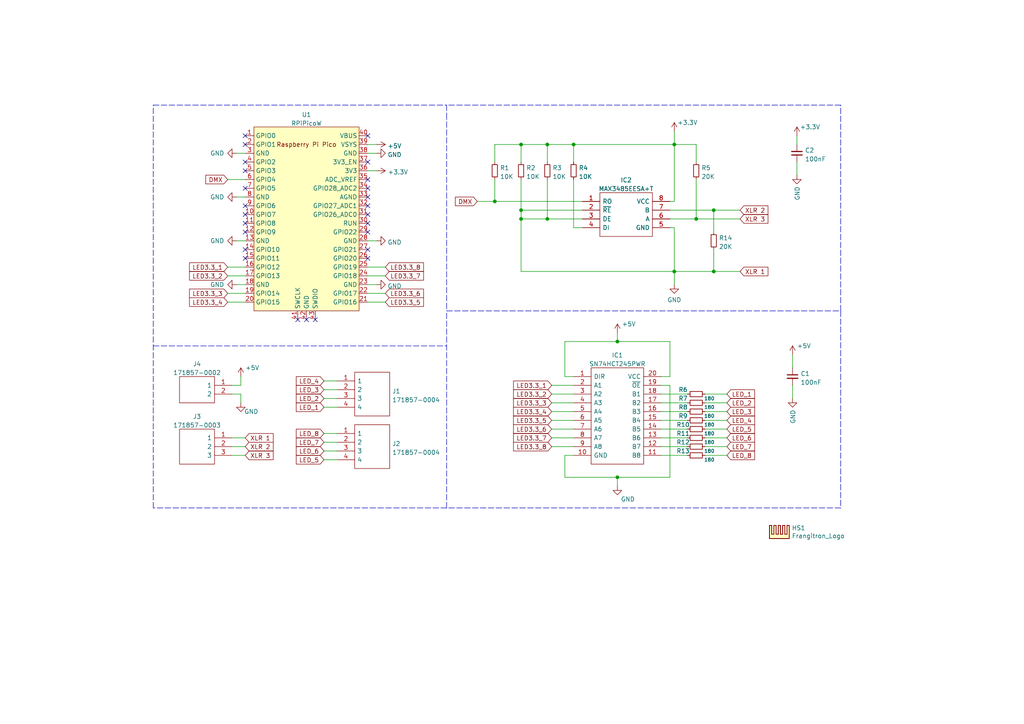
<source format=kicad_sch>
(kicad_sch (version 20211123) (generator eeschema)

  (uuid c420c4f9-df54-4cfa-9b66-7077760dca16)

  (paper "A4")

  (lib_symbols
    (symbol "Device:C_Small" (pin_numbers hide) (pin_names (offset 0.254) hide) (in_bom yes) (on_board yes)
      (property "Reference" "C" (id 0) (at 0.254 1.778 0)
        (effects (font (size 1.27 1.27)) (justify left))
      )
      (property "Value" "C_Small" (id 1) (at 0.254 -2.032 0)
        (effects (font (size 1.27 1.27)) (justify left))
      )
      (property "Footprint" "" (id 2) (at 0 0 0)
        (effects (font (size 1.27 1.27)) hide)
      )
      (property "Datasheet" "~" (id 3) (at 0 0 0)
        (effects (font (size 1.27 1.27)) hide)
      )
      (property "ki_keywords" "capacitor cap" (id 4) (at 0 0 0)
        (effects (font (size 1.27 1.27)) hide)
      )
      (property "ki_description" "Unpolarized capacitor, small symbol" (id 5) (at 0 0 0)
        (effects (font (size 1.27 1.27)) hide)
      )
      (property "ki_fp_filters" "C_*" (id 6) (at 0 0 0)
        (effects (font (size 1.27 1.27)) hide)
      )
      (symbol "C_Small_0_1"
        (polyline
          (pts
            (xy -1.524 -0.508)
            (xy 1.524 -0.508)
          )
          (stroke (width 0.3302) (type default) (color 0 0 0 0))
          (fill (type none))
        )
        (polyline
          (pts
            (xy -1.524 0.508)
            (xy 1.524 0.508)
          )
          (stroke (width 0.3048) (type default) (color 0 0 0 0))
          (fill (type none))
        )
      )
      (symbol "C_Small_1_1"
        (pin passive line (at 0 2.54 270) (length 2.032)
          (name "~" (effects (font (size 1.27 1.27))))
          (number "1" (effects (font (size 1.27 1.27))))
        )
        (pin passive line (at 0 -2.54 90) (length 2.032)
          (name "~" (effects (font (size 1.27 1.27))))
          (number "2" (effects (font (size 1.27 1.27))))
        )
      )
    )
    (symbol "Device:R_Small" (pin_numbers hide) (pin_names (offset 0.254) hide) (in_bom yes) (on_board yes)
      (property "Reference" "R" (id 0) (at 0.762 0.508 0)
        (effects (font (size 1.27 1.27)) (justify left))
      )
      (property "Value" "R_Small" (id 1) (at 0.762 -1.016 0)
        (effects (font (size 1.27 1.27)) (justify left))
      )
      (property "Footprint" "" (id 2) (at 0 0 0)
        (effects (font (size 1.27 1.27)) hide)
      )
      (property "Datasheet" "~" (id 3) (at 0 0 0)
        (effects (font (size 1.27 1.27)) hide)
      )
      (property "ki_keywords" "R resistor" (id 4) (at 0 0 0)
        (effects (font (size 1.27 1.27)) hide)
      )
      (property "ki_description" "Resistor, small symbol" (id 5) (at 0 0 0)
        (effects (font (size 1.27 1.27)) hide)
      )
      (property "ki_fp_filters" "R_*" (id 6) (at 0 0 0)
        (effects (font (size 1.27 1.27)) hide)
      )
      (symbol "R_Small_0_1"
        (rectangle (start -0.762 1.778) (end 0.762 -1.778)
          (stroke (width 0.2032) (type default) (color 0 0 0 0))
          (fill (type none))
        )
      )
      (symbol "R_Small_1_1"
        (pin passive line (at 0 2.54 270) (length 0.762)
          (name "~" (effects (font (size 1.27 1.27))))
          (number "1" (effects (font (size 1.27 1.27))))
        )
        (pin passive line (at 0 -2.54 90) (length 0.762)
          (name "~" (effects (font (size 1.27 1.27))))
          (number "2" (effects (font (size 1.27 1.27))))
        )
      )
    )
    (symbol "MCU_RaspberryPi_and_Boards:Pico" (in_bom yes) (on_board yes)
      (property "Reference" "U" (id 0) (at -13.97 27.94 0)
        (effects (font (size 1.27 1.27)))
      )
      (property "Value" "Pico" (id 1) (at 0 19.05 0)
        (effects (font (size 1.27 1.27)))
      )
      (property "Footprint" "RPi_Pico:RPi_Pico_SMD_TH" (id 2) (at 0 0 90)
        (effects (font (size 1.27 1.27)) hide)
      )
      (property "Datasheet" "" (id 3) (at 0 0 0)
        (effects (font (size 1.27 1.27)) hide)
      )
      (symbol "Pico_0_0"
        (text "Raspberry Pi Pico" (at 0 21.59 0)
          (effects (font (size 1.27 1.27)))
        )
      )
      (symbol "Pico_0_1"
        (rectangle (start -15.24 26.67) (end 15.24 -26.67)
          (stroke (width 0) (type default) (color 0 0 0 0))
          (fill (type background))
        )
      )
      (symbol "Pico_1_1"
        (pin bidirectional line (at -17.78 24.13 0) (length 2.54)
          (name "GPIO0" (effects (font (size 1.27 1.27))))
          (number "1" (effects (font (size 1.27 1.27))))
        )
        (pin bidirectional line (at -17.78 1.27 0) (length 2.54)
          (name "GPIO7" (effects (font (size 1.27 1.27))))
          (number "10" (effects (font (size 1.27 1.27))))
        )
        (pin bidirectional line (at -17.78 -1.27 0) (length 2.54)
          (name "GPIO8" (effects (font (size 1.27 1.27))))
          (number "11" (effects (font (size 1.27 1.27))))
        )
        (pin bidirectional line (at -17.78 -3.81 0) (length 2.54)
          (name "GPIO9" (effects (font (size 1.27 1.27))))
          (number "12" (effects (font (size 1.27 1.27))))
        )
        (pin power_in line (at -17.78 -6.35 0) (length 2.54)
          (name "GND" (effects (font (size 1.27 1.27))))
          (number "13" (effects (font (size 1.27 1.27))))
        )
        (pin bidirectional line (at -17.78 -8.89 0) (length 2.54)
          (name "GPIO10" (effects (font (size 1.27 1.27))))
          (number "14" (effects (font (size 1.27 1.27))))
        )
        (pin bidirectional line (at -17.78 -11.43 0) (length 2.54)
          (name "GPIO11" (effects (font (size 1.27 1.27))))
          (number "15" (effects (font (size 1.27 1.27))))
        )
        (pin bidirectional line (at -17.78 -13.97 0) (length 2.54)
          (name "GPIO12" (effects (font (size 1.27 1.27))))
          (number "16" (effects (font (size 1.27 1.27))))
        )
        (pin bidirectional line (at -17.78 -16.51 0) (length 2.54)
          (name "GPIO13" (effects (font (size 1.27 1.27))))
          (number "17" (effects (font (size 1.27 1.27))))
        )
        (pin power_in line (at -17.78 -19.05 0) (length 2.54)
          (name "GND" (effects (font (size 1.27 1.27))))
          (number "18" (effects (font (size 1.27 1.27))))
        )
        (pin bidirectional line (at -17.78 -21.59 0) (length 2.54)
          (name "GPIO14" (effects (font (size 1.27 1.27))))
          (number "19" (effects (font (size 1.27 1.27))))
        )
        (pin bidirectional line (at -17.78 21.59 0) (length 2.54)
          (name "GPIO1" (effects (font (size 1.27 1.27))))
          (number "2" (effects (font (size 1.27 1.27))))
        )
        (pin bidirectional line (at -17.78 -24.13 0) (length 2.54)
          (name "GPIO15" (effects (font (size 1.27 1.27))))
          (number "20" (effects (font (size 1.27 1.27))))
        )
        (pin bidirectional line (at 17.78 -24.13 180) (length 2.54)
          (name "GPIO16" (effects (font (size 1.27 1.27))))
          (number "21" (effects (font (size 1.27 1.27))))
        )
        (pin bidirectional line (at 17.78 -21.59 180) (length 2.54)
          (name "GPIO17" (effects (font (size 1.27 1.27))))
          (number "22" (effects (font (size 1.27 1.27))))
        )
        (pin power_in line (at 17.78 -19.05 180) (length 2.54)
          (name "GND" (effects (font (size 1.27 1.27))))
          (number "23" (effects (font (size 1.27 1.27))))
        )
        (pin bidirectional line (at 17.78 -16.51 180) (length 2.54)
          (name "GPIO18" (effects (font (size 1.27 1.27))))
          (number "24" (effects (font (size 1.27 1.27))))
        )
        (pin bidirectional line (at 17.78 -13.97 180) (length 2.54)
          (name "GPIO19" (effects (font (size 1.27 1.27))))
          (number "25" (effects (font (size 1.27 1.27))))
        )
        (pin bidirectional line (at 17.78 -11.43 180) (length 2.54)
          (name "GPIO20" (effects (font (size 1.27 1.27))))
          (number "26" (effects (font (size 1.27 1.27))))
        )
        (pin bidirectional line (at 17.78 -8.89 180) (length 2.54)
          (name "GPIO21" (effects (font (size 1.27 1.27))))
          (number "27" (effects (font (size 1.27 1.27))))
        )
        (pin power_in line (at 17.78 -6.35 180) (length 2.54)
          (name "GND" (effects (font (size 1.27 1.27))))
          (number "28" (effects (font (size 1.27 1.27))))
        )
        (pin bidirectional line (at 17.78 -3.81 180) (length 2.54)
          (name "GPIO22" (effects (font (size 1.27 1.27))))
          (number "29" (effects (font (size 1.27 1.27))))
        )
        (pin power_in line (at -17.78 19.05 0) (length 2.54)
          (name "GND" (effects (font (size 1.27 1.27))))
          (number "3" (effects (font (size 1.27 1.27))))
        )
        (pin input line (at 17.78 -1.27 180) (length 2.54)
          (name "RUN" (effects (font (size 1.27 1.27))))
          (number "30" (effects (font (size 1.27 1.27))))
        )
        (pin bidirectional line (at 17.78 1.27 180) (length 2.54)
          (name "GPIO26_ADC0" (effects (font (size 1.27 1.27))))
          (number "31" (effects (font (size 1.27 1.27))))
        )
        (pin bidirectional line (at 17.78 3.81 180) (length 2.54)
          (name "GPIO27_ADC1" (effects (font (size 1.27 1.27))))
          (number "32" (effects (font (size 1.27 1.27))))
        )
        (pin power_in line (at 17.78 6.35 180) (length 2.54)
          (name "AGND" (effects (font (size 1.27 1.27))))
          (number "33" (effects (font (size 1.27 1.27))))
        )
        (pin bidirectional line (at 17.78 8.89 180) (length 2.54)
          (name "GPIO28_ADC2" (effects (font (size 1.27 1.27))))
          (number "34" (effects (font (size 1.27 1.27))))
        )
        (pin power_in line (at 17.78 11.43 180) (length 2.54)
          (name "ADC_VREF" (effects (font (size 1.27 1.27))))
          (number "35" (effects (font (size 1.27 1.27))))
        )
        (pin power_in line (at 17.78 13.97 180) (length 2.54)
          (name "3V3" (effects (font (size 1.27 1.27))))
          (number "36" (effects (font (size 1.27 1.27))))
        )
        (pin input line (at 17.78 16.51 180) (length 2.54)
          (name "3V3_EN" (effects (font (size 1.27 1.27))))
          (number "37" (effects (font (size 1.27 1.27))))
        )
        (pin bidirectional line (at 17.78 19.05 180) (length 2.54)
          (name "GND" (effects (font (size 1.27 1.27))))
          (number "38" (effects (font (size 1.27 1.27))))
        )
        (pin power_in line (at 17.78 21.59 180) (length 2.54)
          (name "VSYS" (effects (font (size 1.27 1.27))))
          (number "39" (effects (font (size 1.27 1.27))))
        )
        (pin bidirectional line (at -17.78 16.51 0) (length 2.54)
          (name "GPIO2" (effects (font (size 1.27 1.27))))
          (number "4" (effects (font (size 1.27 1.27))))
        )
        (pin power_in line (at 17.78 24.13 180) (length 2.54)
          (name "VBUS" (effects (font (size 1.27 1.27))))
          (number "40" (effects (font (size 1.27 1.27))))
        )
        (pin input line (at -2.54 -29.21 90) (length 2.54)
          (name "SWCLK" (effects (font (size 1.27 1.27))))
          (number "41" (effects (font (size 1.27 1.27))))
        )
        (pin power_in line (at 0 -29.21 90) (length 2.54)
          (name "GND" (effects (font (size 1.27 1.27))))
          (number "42" (effects (font (size 1.27 1.27))))
        )
        (pin bidirectional line (at 2.54 -29.21 90) (length 2.54)
          (name "SWDIO" (effects (font (size 1.27 1.27))))
          (number "43" (effects (font (size 1.27 1.27))))
        )
        (pin bidirectional line (at -17.78 13.97 0) (length 2.54)
          (name "GPIO3" (effects (font (size 1.27 1.27))))
          (number "5" (effects (font (size 1.27 1.27))))
        )
        (pin bidirectional line (at -17.78 11.43 0) (length 2.54)
          (name "GPIO4" (effects (font (size 1.27 1.27))))
          (number "6" (effects (font (size 1.27 1.27))))
        )
        (pin bidirectional line (at -17.78 8.89 0) (length 2.54)
          (name "GPIO5" (effects (font (size 1.27 1.27))))
          (number "7" (effects (font (size 1.27 1.27))))
        )
        (pin power_in line (at -17.78 6.35 0) (length 2.54)
          (name "GND" (effects (font (size 1.27 1.27))))
          (number "8" (effects (font (size 1.27 1.27))))
        )
        (pin bidirectional line (at -17.78 3.81 0) (length 2.54)
          (name "GPIO6" (effects (font (size 1.27 1.27))))
          (number "9" (effects (font (size 1.27 1.27))))
        )
      )
    )
    (symbol "Mechanical:Heatsink" (pin_names (offset 1.016)) (in_bom yes) (on_board yes)
      (property "Reference" "HS" (id 0) (at 0 5.08 0)
        (effects (font (size 1.27 1.27)))
      )
      (property "Value" "Heatsink" (id 1) (at 0 -1.27 0)
        (effects (font (size 1.27 1.27)))
      )
      (property "Footprint" "" (id 2) (at 0.3048 0 0)
        (effects (font (size 1.27 1.27)) hide)
      )
      (property "Datasheet" "~" (id 3) (at 0.3048 0 0)
        (effects (font (size 1.27 1.27)) hide)
      )
      (property "ki_keywords" "thermal heat temperature" (id 4) (at 0 0 0)
        (effects (font (size 1.27 1.27)) hide)
      )
      (property "ki_description" "Heatsink" (id 5) (at 0 0 0)
        (effects (font (size 1.27 1.27)) hide)
      )
      (property "ki_fp_filters" "Heatsink_*" (id 6) (at 0 0 0)
        (effects (font (size 1.27 1.27)) hide)
      )
      (symbol "Heatsink_0_1"
        (polyline
          (pts
            (xy -0.3302 1.27)
            (xy -0.9652 1.27)
            (xy -0.9652 3.81)
            (xy -1.6002 3.81)
            (xy -1.6002 1.27)
            (xy -2.2352 1.27)
            (xy -2.2352 3.81)
            (xy -2.8702 3.81)
            (xy -2.8702 0)
            (xy -0.9652 0)
          )
          (stroke (width 0.254) (type default) (color 0 0 0 0))
          (fill (type background))
        )
        (polyline
          (pts
            (xy -0.3302 1.27)
            (xy -0.3302 3.81)
            (xy 0.3048 3.81)
            (xy 0.3048 1.27)
            (xy 0.9398 1.27)
            (xy 0.9398 3.81)
            (xy 1.5748 3.81)
            (xy 1.5748 1.27)
            (xy 2.2098 1.27)
            (xy 2.2098 3.81)
            (xy 2.8448 3.81)
            (xy 2.8448 0)
            (xy -0.9652 0)
          )
          (stroke (width 0.254) (type default) (color 0 0 0 0))
          (fill (type background))
        )
      )
    )
    (symbol "SamacSys_Parts:171857-0002" (pin_names (offset 0.762)) (in_bom yes) (on_board yes)
      (property "Reference" "J" (id 0) (at 16.51 7.62 0)
        (effects (font (size 1.27 1.27)) (justify left))
      )
      (property "Value" "171857-0002" (id 1) (at 16.51 5.08 0)
        (effects (font (size 1.27 1.27)) (justify left))
      )
      (property "Footprint" "171857-0002" (id 2) (at 16.51 2.54 0)
        (effects (font (size 1.27 1.27)) (justify left) hide)
      )
      (property "Datasheet" "http://www.molex.com/webdocs/datasheets/pdf/en-us//1718570002_PCB_HEADERS.pdf" (id 3) (at 16.51 0 0)
        (effects (font (size 1.27 1.27)) (justify left) hide)
      )
      (property "Description" "KK 254 RPC Pin Header right angle 2way Molex 171857 Series, 2.54mm Pitch 2 Way 1 Row Right Angle PCB Header, Solder Termination, 4A" (id 4) (at 16.51 -2.54 0)
        (effects (font (size 1.27 1.27)) (justify left) hide)
      )
      (property "Height" "" (id 5) (at 16.51 -5.08 0)
        (effects (font (size 1.27 1.27)) (justify left) hide)
      )
      (property "Mouser Part Number" "538-171857-0002" (id 6) (at 16.51 -7.62 0)
        (effects (font (size 1.27 1.27)) (justify left) hide)
      )
      (property "Mouser Price/Stock" "https://www.mouser.co.uk/ProductDetail/Molex/171857-0002?qs=vOeJqewp7jDZ%2FeRg0MxvZQ%3D%3D" (id 7) (at 16.51 -10.16 0)
        (effects (font (size 1.27 1.27)) (justify left) hide)
      )
      (property "Manufacturer_Name" "Molex" (id 8) (at 16.51 -12.7 0)
        (effects (font (size 1.27 1.27)) (justify left) hide)
      )
      (property "Manufacturer_Part_Number" "171857-0002" (id 9) (at 16.51 -15.24 0)
        (effects (font (size 1.27 1.27)) (justify left) hide)
      )
      (property "ki_description" "KK 254 RPC Pin Header right angle 2way Molex 171857 Series, 2.54mm Pitch 2 Way 1 Row Right Angle PCB Header, Solder Termination, 4A" (id 10) (at 0 0 0)
        (effects (font (size 1.27 1.27)) hide)
      )
      (symbol "171857-0002_0_0"
        (pin passive line (at 0 0 0) (length 5.08)
          (name "1" (effects (font (size 1.27 1.27))))
          (number "1" (effects (font (size 1.27 1.27))))
        )
        (pin passive line (at 0 -2.54 0) (length 5.08)
          (name "2" (effects (font (size 1.27 1.27))))
          (number "2" (effects (font (size 1.27 1.27))))
        )
      )
      (symbol "171857-0002_0_1"
        (polyline
          (pts
            (xy 5.08 2.54)
            (xy 15.24 2.54)
            (xy 15.24 -5.08)
            (xy 5.08 -5.08)
            (xy 5.08 2.54)
          )
          (stroke (width 0.1524) (type default) (color 0 0 0 0))
          (fill (type none))
        )
      )
    )
    (symbol "SamacSys_Parts:171857-0003" (pin_names (offset 0.762)) (in_bom yes) (on_board yes)
      (property "Reference" "J" (id 0) (at 16.51 7.62 0)
        (effects (font (size 1.27 1.27)) (justify left))
      )
      (property "Value" "171857-0003" (id 1) (at 16.51 5.08 0)
        (effects (font (size 1.27 1.27)) (justify left))
      )
      (property "Footprint" "171857-0003" (id 2) (at 16.51 2.54 0)
        (effects (font (size 1.27 1.27)) (justify left) hide)
      )
      (property "Datasheet" "http://www.molex.com/webdocs/datasheets/pdf/en-us//1718570003_PCB_HEADERS.pdf" (id 3) (at 16.51 0 0)
        (effects (font (size 1.27 1.27)) (justify left) hide)
      )
      (property "Description" "KK 254 RPC Pin Header right angle 3way Molex 171857 Series, 2.54mm Pitch 3 Way 1 Row Right Angle PCB Header, Solder Termination, 4A" (id 4) (at 16.51 -2.54 0)
        (effects (font (size 1.27 1.27)) (justify left) hide)
      )
      (property "Height" "" (id 5) (at 16.51 -5.08 0)
        (effects (font (size 1.27 1.27)) (justify left) hide)
      )
      (property "Mouser Part Number" "538-171857-0003" (id 6) (at 16.51 -7.62 0)
        (effects (font (size 1.27 1.27)) (justify left) hide)
      )
      (property "Mouser Price/Stock" "https://www.mouser.co.uk/ProductDetail/Molex/171857-0003?qs=vOeJqewp7jDlEJ%252B5k08q3w%3D%3D" (id 7) (at 16.51 -10.16 0)
        (effects (font (size 1.27 1.27)) (justify left) hide)
      )
      (property "Manufacturer_Name" "Molex" (id 8) (at 16.51 -12.7 0)
        (effects (font (size 1.27 1.27)) (justify left) hide)
      )
      (property "Manufacturer_Part_Number" "171857-0003" (id 9) (at 16.51 -15.24 0)
        (effects (font (size 1.27 1.27)) (justify left) hide)
      )
      (property "ki_description" "KK 254 RPC Pin Header right angle 3way Molex 171857 Series, 2.54mm Pitch 3 Way 1 Row Right Angle PCB Header, Solder Termination, 4A" (id 10) (at 0 0 0)
        (effects (font (size 1.27 1.27)) hide)
      )
      (symbol "171857-0003_0_0"
        (pin passive line (at 0 -5.08 0) (length 5.08)
          (name "1" (effects (font (size 1.27 1.27))))
          (number "1" (effects (font (size 1.27 1.27))))
        )
        (pin passive line (at 0 -2.54 0) (length 5.08)
          (name "2" (effects (font (size 1.27 1.27))))
          (number "2" (effects (font (size 1.27 1.27))))
        )
        (pin passive line (at 0 0 0) (length 5.08)
          (name "3" (effects (font (size 1.27 1.27))))
          (number "3" (effects (font (size 1.27 1.27))))
        )
      )
      (symbol "171857-0003_0_1"
        (polyline
          (pts
            (xy 5.08 2.54)
            (xy 15.24 2.54)
            (xy 15.24 -7.62)
            (xy 5.08 -7.62)
            (xy 5.08 2.54)
          )
          (stroke (width 0.1524) (type default) (color 0 0 0 0))
          (fill (type none))
        )
      )
    )
    (symbol "SamacSys_Parts:171857-0004" (pin_names (offset 0.762)) (in_bom yes) (on_board yes)
      (property "Reference" "J" (id 0) (at 16.51 7.62 0)
        (effects (font (size 1.27 1.27)) (justify left))
      )
      (property "Value" "171857-0004" (id 1) (at 16.51 5.08 0)
        (effects (font (size 1.27 1.27)) (justify left))
      )
      (property "Footprint" "HDRRA4W64P0X254_1X4_1001X318X635P" (id 2) (at 16.51 2.54 0)
        (effects (font (size 1.27 1.27)) (justify left) hide)
      )
      (property "Datasheet" "http://www.molex.com/webdocs/datasheets/pdf/en-us//1718570004_PCB_HEADERS.pdf" (id 3) (at 16.51 0 0)
        (effects (font (size 1.27 1.27)) (justify left) hide)
      )
      (property "Description" "KK 254 RPC Pin Header right angle 4way Molex KK 254 Series, Series Number 171857, 2.54mm Pitch 4 Way 1 Row Right Angle PCB Header, Through Hole" (id 4) (at 16.51 -2.54 0)
        (effects (font (size 1.27 1.27)) (justify left) hide)
      )
      (property "Height" "6.35" (id 5) (at 16.51 -5.08 0)
        (effects (font (size 1.27 1.27)) (justify left) hide)
      )
      (property "Mouser Part Number" "538-171857-0004" (id 6) (at 16.51 -7.62 0)
        (effects (font (size 1.27 1.27)) (justify left) hide)
      )
      (property "Mouser Price/Stock" "https://www.mouser.co.uk/ProductDetail/Molex/171857-0004?qs=vOeJqewp7jCR1L%252BJpRVw7w%3D%3D" (id 7) (at 16.51 -10.16 0)
        (effects (font (size 1.27 1.27)) (justify left) hide)
      )
      (property "Manufacturer_Name" "Molex" (id 8) (at 16.51 -12.7 0)
        (effects (font (size 1.27 1.27)) (justify left) hide)
      )
      (property "Manufacturer_Part_Number" "171857-0004" (id 9) (at 16.51 -15.24 0)
        (effects (font (size 1.27 1.27)) (justify left) hide)
      )
      (property "ki_description" "KK 254 RPC Pin Header right angle 4way Molex KK 254 Series, Series Number 171857, 2.54mm Pitch 4 Way 1 Row Right Angle PCB Header, Through Hole" (id 10) (at 0 0 0)
        (effects (font (size 1.27 1.27)) hide)
      )
      (symbol "171857-0004_0_0"
        (pin passive line (at 0 0 0) (length 5.08)
          (name "1" (effects (font (size 1.27 1.27))))
          (number "1" (effects (font (size 1.27 1.27))))
        )
        (pin passive line (at 0 -2.54 0) (length 5.08)
          (name "2" (effects (font (size 1.27 1.27))))
          (number "2" (effects (font (size 1.27 1.27))))
        )
        (pin passive line (at 0 -5.08 0) (length 5.08)
          (name "3" (effects (font (size 1.27 1.27))))
          (number "3" (effects (font (size 1.27 1.27))))
        )
        (pin passive line (at 0 -7.62 0) (length 5.08)
          (name "4" (effects (font (size 1.27 1.27))))
          (number "4" (effects (font (size 1.27 1.27))))
        )
      )
      (symbol "171857-0004_0_1"
        (polyline
          (pts
            (xy 5.08 2.54)
            (xy 15.24 2.54)
            (xy 15.24 -10.16)
            (xy 5.08 -10.16)
            (xy 5.08 2.54)
          )
          (stroke (width 0.1524) (type default) (color 0 0 0 0))
          (fill (type none))
        )
      )
    )
    (symbol "SamacSys_Parts:MAX3485EESA+T" (pin_names (offset 0.762)) (in_bom yes) (on_board yes)
      (property "Reference" "IC" (id 0) (at 21.59 7.62 0)
        (effects (font (size 1.27 1.27)) (justify left))
      )
      (property "Value" "MAX3485EESA+T" (id 1) (at 21.59 5.08 0)
        (effects (font (size 1.27 1.27)) (justify left))
      )
      (property "Footprint" "SOIC127P600X175-8N" (id 2) (at 21.59 2.54 0)
        (effects (font (size 1.27 1.27)) (justify left) hide)
      )
      (property "Datasheet" "https://componentsearchengine.com/Datasheets/2/MAX3485EESA+T.pdf" (id 3) (at 21.59 0 0)
        (effects (font (size 1.27 1.27)) (justify left) hide)
      )
      (property "Description" "RS-422/RS-485 Interface IC 3.3V Powered, +/-15kV ESD-Protected, 12Mbps, Slew-Rate-Limited True RS-485/RS-422 Transceivers" (id 4) (at 21.59 -2.54 0)
        (effects (font (size 1.27 1.27)) (justify left) hide)
      )
      (property "Height" "1.75" (id 5) (at 21.59 -5.08 0)
        (effects (font (size 1.27 1.27)) (justify left) hide)
      )
      (property "Mouser Part Number" "700-MAX3485EESAT" (id 6) (at 21.59 -7.62 0)
        (effects (font (size 1.27 1.27)) (justify left) hide)
      )
      (property "Mouser Price/Stock" "https://www.mouser.co.uk/ProductDetail/Maxim-Integrated/MAX3485EESA%2bT?qs=LHmEVA8xxfY4yphZ%252BTLynw%3D%3D" (id 7) (at 21.59 -10.16 0)
        (effects (font (size 1.27 1.27)) (justify left) hide)
      )
      (property "Manufacturer_Name" "Analog Devices" (id 8) (at 21.59 -12.7 0)
        (effects (font (size 1.27 1.27)) (justify left) hide)
      )
      (property "Manufacturer_Part_Number" "MAX3485EESA+T" (id 9) (at 21.59 -15.24 0)
        (effects (font (size 1.27 1.27)) (justify left) hide)
      )
      (property "ki_description" "RS-422/RS-485 Interface IC 3.3V Powered, +/-15kV ESD-Protected, 12Mbps, Slew-Rate-Limited True RS-485/RS-422 Transceivers" (id 10) (at 0 0 0)
        (effects (font (size 1.27 1.27)) hide)
      )
      (symbol "MAX3485EESA+T_0_0"
        (pin passive line (at 0 0 0) (length 5.08)
          (name "RO" (effects (font (size 1.27 1.27))))
          (number "1" (effects (font (size 1.27 1.27))))
        )
        (pin passive line (at 0 -2.54 0) (length 5.08)
          (name "~{RE}" (effects (font (size 1.27 1.27))))
          (number "2" (effects (font (size 1.27 1.27))))
        )
        (pin passive line (at 0 -5.08 0) (length 5.08)
          (name "DE" (effects (font (size 1.27 1.27))))
          (number "3" (effects (font (size 1.27 1.27))))
        )
        (pin passive line (at 0 -7.62 0) (length 5.08)
          (name "DI" (effects (font (size 1.27 1.27))))
          (number "4" (effects (font (size 1.27 1.27))))
        )
        (pin passive line (at 25.4 -7.62 180) (length 5.08)
          (name "GND" (effects (font (size 1.27 1.27))))
          (number "5" (effects (font (size 1.27 1.27))))
        )
        (pin passive line (at 25.4 -5.08 180) (length 5.08)
          (name "A" (effects (font (size 1.27 1.27))))
          (number "6" (effects (font (size 1.27 1.27))))
        )
        (pin passive line (at 25.4 -2.54 180) (length 5.08)
          (name "B" (effects (font (size 1.27 1.27))))
          (number "7" (effects (font (size 1.27 1.27))))
        )
        (pin passive line (at 25.4 0 180) (length 5.08)
          (name "VCC" (effects (font (size 1.27 1.27))))
          (number "8" (effects (font (size 1.27 1.27))))
        )
      )
      (symbol "MAX3485EESA+T_0_1"
        (polyline
          (pts
            (xy 5.08 2.54)
            (xy 20.32 2.54)
            (xy 20.32 -10.16)
            (xy 5.08 -10.16)
            (xy 5.08 2.54)
          )
          (stroke (width 0.1524) (type default) (color 0 0 0 0))
          (fill (type none))
        )
      )
    )
    (symbol "SamacSys_Parts:SN74HCT245PWR" (pin_names (offset 0.762)) (in_bom yes) (on_board yes)
      (property "Reference" "IC" (id 0) (at 21.59 7.62 0)
        (effects (font (size 1.27 1.27)) (justify left))
      )
      (property "Value" "SN74HCT245PWR" (id 1) (at 21.59 5.08 0)
        (effects (font (size 1.27 1.27)) (justify left))
      )
      (property "Footprint" "SOP65P640X120-20N" (id 2) (at 21.59 2.54 0)
        (effects (font (size 1.27 1.27)) (justify left) hide)
      )
      (property "Datasheet" "http://www.ti.com/general/docs/suppproductinfo.tsp?distId=10&gotoUrl=http%3A%2F%2Fwww.ti.com%2Flit%2Fgpn%2Fsn74hct245" (id 3) (at 21.59 0 0)
        (effects (font (size 1.27 1.27)) (justify left) hide)
      )
      (property "Description" "Octal Bus Transceivers With 3-State Outputs" (id 4) (at 21.59 -2.54 0)
        (effects (font (size 1.27 1.27)) (justify left) hide)
      )
      (property "Height" "1.2" (id 5) (at 21.59 -5.08 0)
        (effects (font (size 1.27 1.27)) (justify left) hide)
      )
      (property "Mouser Part Number" "595-SN74HCT245PWR" (id 6) (at 21.59 -7.62 0)
        (effects (font (size 1.27 1.27)) (justify left) hide)
      )
      (property "Mouser Price/Stock" "https://www.mouser.co.uk/ProductDetail/Texas-Instruments/SN74HCT245PWR?qs=pt%2FIv5r0EPdWdXnOChoseA%3D%3D" (id 7) (at 21.59 -10.16 0)
        (effects (font (size 1.27 1.27)) (justify left) hide)
      )
      (property "Manufacturer_Name" "Texas Instruments" (id 8) (at 21.59 -12.7 0)
        (effects (font (size 1.27 1.27)) (justify left) hide)
      )
      (property "Manufacturer_Part_Number" "SN74HCT245PWR" (id 9) (at 21.59 -15.24 0)
        (effects (font (size 1.27 1.27)) (justify left) hide)
      )
      (property "ki_description" "Octal Bus Transceivers With 3-State Outputs" (id 10) (at 0 0 0)
        (effects (font (size 1.27 1.27)) hide)
      )
      (symbol "SN74HCT245PWR_0_0"
        (pin passive line (at 0 0 0) (length 5.08)
          (name "DIR" (effects (font (size 1.27 1.27))))
          (number "1" (effects (font (size 1.27 1.27))))
        )
        (pin passive line (at 0 -22.86 0) (length 5.08)
          (name "GND" (effects (font (size 1.27 1.27))))
          (number "10" (effects (font (size 1.27 1.27))))
        )
        (pin passive line (at 25.4 -22.86 180) (length 5.08)
          (name "B8" (effects (font (size 1.27 1.27))))
          (number "11" (effects (font (size 1.27 1.27))))
        )
        (pin passive line (at 25.4 -20.32 180) (length 5.08)
          (name "B7" (effects (font (size 1.27 1.27))))
          (number "12" (effects (font (size 1.27 1.27))))
        )
        (pin passive line (at 25.4 -17.78 180) (length 5.08)
          (name "B6" (effects (font (size 1.27 1.27))))
          (number "13" (effects (font (size 1.27 1.27))))
        )
        (pin passive line (at 25.4 -15.24 180) (length 5.08)
          (name "B5" (effects (font (size 1.27 1.27))))
          (number "14" (effects (font (size 1.27 1.27))))
        )
        (pin passive line (at 25.4 -12.7 180) (length 5.08)
          (name "B4" (effects (font (size 1.27 1.27))))
          (number "15" (effects (font (size 1.27 1.27))))
        )
        (pin passive line (at 25.4 -10.16 180) (length 5.08)
          (name "B3" (effects (font (size 1.27 1.27))))
          (number "16" (effects (font (size 1.27 1.27))))
        )
        (pin passive line (at 25.4 -7.62 180) (length 5.08)
          (name "B2" (effects (font (size 1.27 1.27))))
          (number "17" (effects (font (size 1.27 1.27))))
        )
        (pin passive line (at 25.4 -5.08 180) (length 5.08)
          (name "B1" (effects (font (size 1.27 1.27))))
          (number "18" (effects (font (size 1.27 1.27))))
        )
        (pin passive line (at 25.4 -2.54 180) (length 5.08)
          (name "~{OE}" (effects (font (size 1.27 1.27))))
          (number "19" (effects (font (size 1.27 1.27))))
        )
        (pin passive line (at 0 -2.54 0) (length 5.08)
          (name "A1" (effects (font (size 1.27 1.27))))
          (number "2" (effects (font (size 1.27 1.27))))
        )
        (pin passive line (at 25.4 0 180) (length 5.08)
          (name "VCC" (effects (font (size 1.27 1.27))))
          (number "20" (effects (font (size 1.27 1.27))))
        )
        (pin passive line (at 0 -5.08 0) (length 5.08)
          (name "A2" (effects (font (size 1.27 1.27))))
          (number "3" (effects (font (size 1.27 1.27))))
        )
        (pin passive line (at 0 -7.62 0) (length 5.08)
          (name "A3" (effects (font (size 1.27 1.27))))
          (number "4" (effects (font (size 1.27 1.27))))
        )
        (pin passive line (at 0 -10.16 0) (length 5.08)
          (name "A4" (effects (font (size 1.27 1.27))))
          (number "5" (effects (font (size 1.27 1.27))))
        )
        (pin passive line (at 0 -12.7 0) (length 5.08)
          (name "A5" (effects (font (size 1.27 1.27))))
          (number "6" (effects (font (size 1.27 1.27))))
        )
        (pin passive line (at 0 -15.24 0) (length 5.08)
          (name "A6" (effects (font (size 1.27 1.27))))
          (number "7" (effects (font (size 1.27 1.27))))
        )
        (pin passive line (at 0 -17.78 0) (length 5.08)
          (name "A7" (effects (font (size 1.27 1.27))))
          (number "8" (effects (font (size 1.27 1.27))))
        )
        (pin passive line (at 0 -20.32 0) (length 5.08)
          (name "A8" (effects (font (size 1.27 1.27))))
          (number "9" (effects (font (size 1.27 1.27))))
        )
      )
      (symbol "SN74HCT245PWR_0_1"
        (polyline
          (pts
            (xy 5.08 2.54)
            (xy 20.32 2.54)
            (xy 20.32 -25.4)
            (xy 5.08 -25.4)
            (xy 5.08 2.54)
          )
          (stroke (width 0.1524) (type default) (color 0 0 0 0))
          (fill (type none))
        )
      )
    )
    (symbol "power:+3.3V" (power) (pin_names (offset 0)) (in_bom yes) (on_board yes)
      (property "Reference" "#PWR" (id 0) (at 0 -3.81 0)
        (effects (font (size 1.27 1.27)) hide)
      )
      (property "Value" "+3.3V" (id 1) (at 0 3.556 0)
        (effects (font (size 1.27 1.27)))
      )
      (property "Footprint" "" (id 2) (at 0 0 0)
        (effects (font (size 1.27 1.27)) hide)
      )
      (property "Datasheet" "" (id 3) (at 0 0 0)
        (effects (font (size 1.27 1.27)) hide)
      )
      (property "ki_keywords" "global power" (id 4) (at 0 0 0)
        (effects (font (size 1.27 1.27)) hide)
      )
      (property "ki_description" "Power symbol creates a global label with name \"+3.3V\"" (id 5) (at 0 0 0)
        (effects (font (size 1.27 1.27)) hide)
      )
      (symbol "+3.3V_0_1"
        (polyline
          (pts
            (xy -0.762 1.27)
            (xy 0 2.54)
          )
          (stroke (width 0) (type default) (color 0 0 0 0))
          (fill (type none))
        )
        (polyline
          (pts
            (xy 0 0)
            (xy 0 2.54)
          )
          (stroke (width 0) (type default) (color 0 0 0 0))
          (fill (type none))
        )
        (polyline
          (pts
            (xy 0 2.54)
            (xy 0.762 1.27)
          )
          (stroke (width 0) (type default) (color 0 0 0 0))
          (fill (type none))
        )
      )
      (symbol "+3.3V_1_1"
        (pin power_in line (at 0 0 90) (length 0) hide
          (name "+3.3V" (effects (font (size 1.27 1.27))))
          (number "1" (effects (font (size 1.27 1.27))))
        )
      )
    )
    (symbol "power:+5V" (power) (pin_names (offset 0)) (in_bom yes) (on_board yes)
      (property "Reference" "#PWR" (id 0) (at 0 -3.81 0)
        (effects (font (size 1.27 1.27)) hide)
      )
      (property "Value" "+5V" (id 1) (at 0 3.556 0)
        (effects (font (size 1.27 1.27)))
      )
      (property "Footprint" "" (id 2) (at 0 0 0)
        (effects (font (size 1.27 1.27)) hide)
      )
      (property "Datasheet" "" (id 3) (at 0 0 0)
        (effects (font (size 1.27 1.27)) hide)
      )
      (property "ki_keywords" "global power" (id 4) (at 0 0 0)
        (effects (font (size 1.27 1.27)) hide)
      )
      (property "ki_description" "Power symbol creates a global label with name \"+5V\"" (id 5) (at 0 0 0)
        (effects (font (size 1.27 1.27)) hide)
      )
      (symbol "+5V_0_1"
        (polyline
          (pts
            (xy -0.762 1.27)
            (xy 0 2.54)
          )
          (stroke (width 0) (type default) (color 0 0 0 0))
          (fill (type none))
        )
        (polyline
          (pts
            (xy 0 0)
            (xy 0 2.54)
          )
          (stroke (width 0) (type default) (color 0 0 0 0))
          (fill (type none))
        )
        (polyline
          (pts
            (xy 0 2.54)
            (xy 0.762 1.27)
          )
          (stroke (width 0) (type default) (color 0 0 0 0))
          (fill (type none))
        )
      )
      (symbol "+5V_1_1"
        (pin power_in line (at 0 0 90) (length 0) hide
          (name "+5V" (effects (font (size 1.27 1.27))))
          (number "1" (effects (font (size 1.27 1.27))))
        )
      )
    )
    (symbol "power:GND" (power) (pin_names (offset 0)) (in_bom yes) (on_board yes)
      (property "Reference" "#PWR" (id 0) (at 0 -6.35 0)
        (effects (font (size 1.27 1.27)) hide)
      )
      (property "Value" "GND" (id 1) (at 0 -3.81 0)
        (effects (font (size 1.27 1.27)))
      )
      (property "Footprint" "" (id 2) (at 0 0 0)
        (effects (font (size 1.27 1.27)) hide)
      )
      (property "Datasheet" "" (id 3) (at 0 0 0)
        (effects (font (size 1.27 1.27)) hide)
      )
      (property "ki_keywords" "global power" (id 4) (at 0 0 0)
        (effects (font (size 1.27 1.27)) hide)
      )
      (property "ki_description" "Power symbol creates a global label with name \"GND\" , ground" (id 5) (at 0 0 0)
        (effects (font (size 1.27 1.27)) hide)
      )
      (symbol "GND_0_1"
        (polyline
          (pts
            (xy 0 0)
            (xy 0 -1.27)
            (xy 1.27 -1.27)
            (xy 0 -2.54)
            (xy -1.27 -1.27)
            (xy 0 -1.27)
          )
          (stroke (width 0) (type default) (color 0 0 0 0))
          (fill (type none))
        )
      )
      (symbol "GND_1_1"
        (pin power_in line (at 0 0 270) (length 0) hide
          (name "GND" (effects (font (size 1.27 1.27))))
          (number "1" (effects (font (size 1.27 1.27))))
        )
      )
    )
  )

  (junction (at 195.58 41.91) (diameter 0) (color 0 0 0 0)
    (uuid 16a61971-aea3-4a27-b889-ac2444923314)
  )
  (junction (at 207.01 78.74) (diameter 0) (color 0 0 0 0)
    (uuid 22a4cd5d-f166-41dc-82d2-2c339771bf6e)
  )
  (junction (at 158.75 63.5) (diameter 0) (color 0 0 0 0)
    (uuid 3a8355ba-24b4-4b81-8cca-de6721eca86a)
  )
  (junction (at 195.58 78.74) (diameter 0) (color 0 0 0 0)
    (uuid 795f2962-a74d-4879-85ff-4f3f7f224dfb)
  )
  (junction (at 207.01 60.96) (diameter 0) (color 0 0 0 0)
    (uuid 82450e7e-86db-4d8b-8180-a6a35d0d5a7c)
  )
  (junction (at 151.13 63.5) (diameter 0) (color 0 0 0 0)
    (uuid 8c86e759-0feb-4d18-8710-b0fb88d52e2a)
  )
  (junction (at 158.75 41.91) (diameter 0) (color 0 0 0 0)
    (uuid 905c830e-7045-485a-9a7c-991e8c29314f)
  )
  (junction (at 143.51 58.42) (diameter 0) (color 0 0 0 0)
    (uuid 93dbf4b2-c02f-49ec-be38-508420814e46)
  )
  (junction (at 179.07 138.43) (diameter 0) (color 0 0 0 0)
    (uuid 9b3f7334-0475-47b2-b4de-50456e9c3044)
  )
  (junction (at 151.13 41.91) (diameter 0) (color 0 0 0 0)
    (uuid 9d026750-527b-4e8a-9126-2cf8f86ab562)
  )
  (junction (at 166.37 41.91) (diameter 0) (color 0 0 0 0)
    (uuid a6120d28-1603-49db-a27e-718955a2dd61)
  )
  (junction (at 179.07 99.06) (diameter 0) (color 0 0 0 0)
    (uuid af60003f-3c77-48ef-8ffd-ff73fb3e96b0)
  )
  (junction (at 151.13 60.96) (diameter 0) (color 0 0 0 0)
    (uuid ba138ef5-ea61-45a0-8f42-b22da7209db4)
  )
  (junction (at 201.93 63.5) (diameter 0) (color 0 0 0 0)
    (uuid c460ea44-7993-4c4f-bdcb-7c92c915d6e7)
  )

  (no_connect (at 88.9 92.71) (uuid 01ddbe67-ac5a-45f2-ad1e-1a3753450089))
  (no_connect (at 106.68 52.07) (uuid 141c174c-4158-4820-acda-f99740631f0d))
  (no_connect (at 71.12 67.31) (uuid 14259c3a-0473-421f-bc74-f9619629d09e))
  (no_connect (at 106.68 67.31) (uuid 16bbfe48-f201-413b-a1a7-c2b364571acb))
  (no_connect (at 106.68 57.15) (uuid 21df2e66-d2a0-4cc4-8b3b-08c7fbc4450a))
  (no_connect (at 106.68 54.61) (uuid 274405ea-3a24-42db-96e5-5f20db886ea9))
  (no_connect (at 71.12 74.93) (uuid 2b59b002-8c89-4a5b-b359-1484f8a31cf1))
  (no_connect (at 71.12 64.77) (uuid 363ea136-b102-4756-bc4f-02c43cf17407))
  (no_connect (at 106.68 46.99) (uuid 46db95f5-689e-4afc-91f1-c46eb747ca27))
  (no_connect (at 71.12 59.69) (uuid 4983bf29-bb76-47cc-8300-803c84636742))
  (no_connect (at 71.12 49.53) (uuid 54908573-4570-4baa-a36d-a6434d3a980c))
  (no_connect (at 71.12 62.23) (uuid 6886824f-1784-4e12-aff4-c0f91413c635))
  (no_connect (at 86.36 92.71) (uuid 74cf97d9-9f4a-428f-a88a-3fb3467c5c7e))
  (no_connect (at 106.68 64.77) (uuid 7d413c41-9aa5-4974-8766-b03119dace87))
  (no_connect (at 106.68 74.93) (uuid 7d7aa246-6958-438a-9367-e1e5839f2d16))
  (no_connect (at 91.44 92.71) (uuid 7e7ebd3e-ff1c-4de2-8bb7-09abe7a58739))
  (no_connect (at 106.68 62.23) (uuid 82b52ac3-0c4b-4c33-bb64-6f893de8853c))
  (no_connect (at 71.12 39.37) (uuid 95cfb3a6-7411-4b04-a6f0-bd351e21db53))
  (no_connect (at 71.12 54.61) (uuid a4993568-856e-45a2-8dd8-98e04d7c6d4b))
  (no_connect (at 106.68 59.69) (uuid b566db06-1ea1-4d0a-a8cd-2d486599c070))
  (no_connect (at 71.12 41.91) (uuid c326afb5-ca29-4411-b51b-84a59b868b99))
  (no_connect (at 71.12 46.99) (uuid c82dcace-f623-4562-a03e-af45ccab2e11))
  (no_connect (at 106.68 72.39) (uuid daa039d8-47b4-483e-a5f7-b7c6b456983a))
  (no_connect (at 71.12 72.39) (uuid de8425ee-a0bf-4405-910f-3ebf37aaa0c5))
  (no_connect (at 106.68 39.37) (uuid eeab41c8-3247-436b-abe2-3fab432c0b7f))

  (wire (pts (xy 67.31 127) (xy 71.12 127))
    (stroke (width 0) (type default) (color 0 0 0 0))
    (uuid 049b4ddb-9ad4-4ad1-b35e-e19c2b319781)
  )
  (polyline (pts (xy 243.84 90.17) (xy 243.84 30.48))
    (stroke (width 0) (type default) (color 0 0 0 0))
    (uuid 08093ee4-7a46-4eff-bdcb-0e842385c6eb)
  )

  (wire (pts (xy 93.98 115.57) (xy 97.79 115.57))
    (stroke (width 0) (type default) (color 0 0 0 0))
    (uuid 08bc4249-7346-4d07-b85f-40bbe50147b2)
  )
  (wire (pts (xy 195.58 66.04) (xy 195.58 78.74))
    (stroke (width 0) (type default) (color 0 0 0 0))
    (uuid 0b069557-450f-47a5-a296-857949fa21e2)
  )
  (wire (pts (xy 207.01 72.39) (xy 207.01 78.74))
    (stroke (width 0) (type default) (color 0 0 0 0))
    (uuid 0bddd6d2-f9a2-426e-8c9b-3ccb34367652)
  )
  (wire (pts (xy 194.31 63.5) (xy 201.93 63.5))
    (stroke (width 0) (type default) (color 0 0 0 0))
    (uuid 0f639e69-57e5-4f65-9f8b-63339df1fe4e)
  )
  (wire (pts (xy 158.75 63.5) (xy 168.91 63.5))
    (stroke (width 0) (type default) (color 0 0 0 0))
    (uuid 0fba3d00-0051-4a50-855b-ae37892a9892)
  )
  (wire (pts (xy 160.02 127) (xy 166.37 127))
    (stroke (width 0) (type default) (color 0 0 0 0))
    (uuid 110d2f1b-8513-489b-b5c7-9f9fd1d62fc4)
  )
  (wire (pts (xy 109.22 49.53) (xy 106.68 49.53))
    (stroke (width 0) (type default) (color 0 0 0 0))
    (uuid 11eebda0-a0fd-4b59-ae51-4ff59f4eab54)
  )
  (wire (pts (xy 69.85 114.3) (xy 69.85 116.84))
    (stroke (width 0) (type default) (color 0 0 0 0))
    (uuid 167713fa-ec8e-4b38-b67d-d2570f18b72c)
  )
  (polyline (pts (xy 129.54 33.02) (xy 129.54 90.17))
    (stroke (width 0) (type default) (color 0 0 0 0))
    (uuid 17c2f167-0eed-4de6-b7dd-cd6c90d2e994)
  )

  (wire (pts (xy 179.07 138.43) (xy 179.07 140.97))
    (stroke (width 0) (type default) (color 0 0 0 0))
    (uuid 18b092a4-fe1b-411d-bd20-1b6f4ca0ca0a)
  )
  (wire (pts (xy 231.14 39.37) (xy 231.14 41.91))
    (stroke (width 0) (type default) (color 0 0 0 0))
    (uuid 1a1b0618-45bd-457e-a820-846a32ec1acf)
  )
  (wire (pts (xy 160.02 116.84) (xy 166.37 116.84))
    (stroke (width 0) (type default) (color 0 0 0 0))
    (uuid 1b4b0f1d-e212-40a1-827f-5065dc582948)
  )
  (wire (pts (xy 68.58 57.15) (xy 71.12 57.15))
    (stroke (width 0) (type default) (color 0 0 0 0))
    (uuid 1dce90dd-1b97-46d7-b48c-49fe995e8b2f)
  )
  (polyline (pts (xy 129.54 147.32) (xy 129.54 90.17))
    (stroke (width 0) (type default) (color 0 0 0 0))
    (uuid 1df4bdf0-752f-4942-9cd9-dc7a783ff71b)
  )

  (wire (pts (xy 179.07 99.06) (xy 163.83 99.06))
    (stroke (width 0) (type default) (color 0 0 0 0))
    (uuid 1eb6ed6b-af3f-4e0b-ba03-be130dec5519)
  )
  (wire (pts (xy 143.51 58.42) (xy 168.91 58.42))
    (stroke (width 0) (type default) (color 0 0 0 0))
    (uuid 265b1f57-4a3c-470c-8562-7d047d952b5f)
  )
  (wire (pts (xy 201.93 46.99) (xy 201.93 41.91))
    (stroke (width 0) (type default) (color 0 0 0 0))
    (uuid 282b01a1-86e2-4439-a8af-9813521e7997)
  )
  (wire (pts (xy 66.04 87.63) (xy 71.12 87.63))
    (stroke (width 0) (type default) (color 0 0 0 0))
    (uuid 2b7c479e-4b45-43bf-9f1d-60d64661d995)
  )
  (wire (pts (xy 163.83 132.08) (xy 163.83 138.43))
    (stroke (width 0) (type default) (color 0 0 0 0))
    (uuid 2d726e6f-20d5-4685-a8c3-b81cc44f60bb)
  )
  (polyline (pts (xy 243.84 147.32) (xy 129.54 147.32))
    (stroke (width 0) (type default) (color 0 0 0 0))
    (uuid 2ddf7fc8-ccbd-48d6-b82e-fb68aadd15ad)
  )

  (wire (pts (xy 67.31 114.3) (xy 69.85 114.3))
    (stroke (width 0) (type default) (color 0 0 0 0))
    (uuid 2e4c0d7a-802b-4970-b3d9-30df6d3700aa)
  )
  (wire (pts (xy 194.31 66.04) (xy 195.58 66.04))
    (stroke (width 0) (type default) (color 0 0 0 0))
    (uuid 2f3a7236-5bb8-4730-8c14-26a3eea94f16)
  )
  (wire (pts (xy 204.47 119.38) (xy 210.82 119.38))
    (stroke (width 0) (type default) (color 0 0 0 0))
    (uuid 2f8f325b-09c3-4266-894c-dacb59f459eb)
  )
  (wire (pts (xy 166.37 66.04) (xy 168.91 66.04))
    (stroke (width 0) (type default) (color 0 0 0 0))
    (uuid 302f77d6-d851-4409-b3c9-3ad7c5455b8f)
  )
  (wire (pts (xy 194.31 109.22) (xy 194.31 99.06))
    (stroke (width 0) (type default) (color 0 0 0 0))
    (uuid 31f4989b-a358-462b-91b2-9e1228c4e6d9)
  )
  (wire (pts (xy 191.77 111.76) (xy 194.31 111.76))
    (stroke (width 0) (type default) (color 0 0 0 0))
    (uuid 32881497-6111-4599-9a1b-d02329d285a3)
  )
  (wire (pts (xy 93.98 130.81) (xy 97.79 130.81))
    (stroke (width 0) (type default) (color 0 0 0 0))
    (uuid 33172acb-f608-427e-87fb-1e0c516c6cef)
  )
  (wire (pts (xy 66.04 52.07) (xy 71.12 52.07))
    (stroke (width 0) (type default) (color 0 0 0 0))
    (uuid 33bb9cf9-79f6-4a63-8817-ccefe520c556)
  )
  (wire (pts (xy 158.75 41.91) (xy 158.75 46.99))
    (stroke (width 0) (type default) (color 0 0 0 0))
    (uuid 33e975a7-35d8-4d1b-8030-40a7a88191a1)
  )
  (wire (pts (xy 158.75 52.07) (xy 158.75 63.5))
    (stroke (width 0) (type default) (color 0 0 0 0))
    (uuid 3e21d11b-0df7-455f-b063-662022022728)
  )
  (wire (pts (xy 204.47 132.08) (xy 210.82 132.08))
    (stroke (width 0) (type default) (color 0 0 0 0))
    (uuid 41150b53-336e-4d1b-b428-81fc2a2c3ca4)
  )
  (wire (pts (xy 93.98 128.27) (xy 97.79 128.27))
    (stroke (width 0) (type default) (color 0 0 0 0))
    (uuid 418b6c04-2da3-42ca-b416-8dbeeebe879d)
  )
  (wire (pts (xy 143.51 52.07) (xy 143.51 58.42))
    (stroke (width 0) (type default) (color 0 0 0 0))
    (uuid 43599718-e82c-44be-a552-0a12424a8b54)
  )
  (wire (pts (xy 204.47 116.84) (xy 210.82 116.84))
    (stroke (width 0) (type default) (color 0 0 0 0))
    (uuid 460f4641-8b1e-41b1-ac2d-2243bfff80b5)
  )
  (wire (pts (xy 191.77 124.46) (xy 199.39 124.46))
    (stroke (width 0) (type default) (color 0 0 0 0))
    (uuid 46aa112f-4d40-4501-8184-61fc8aa3017c)
  )
  (polyline (pts (xy 44.45 100.33) (xy 129.54 100.33))
    (stroke (width 0) (type default) (color 0 0 0 0))
    (uuid 46e92272-f9c9-4812-95cb-4d38d750c87e)
  )

  (wire (pts (xy 194.31 58.42) (xy 195.58 58.42))
    (stroke (width 0) (type default) (color 0 0 0 0))
    (uuid 4879e826-55be-4097-92c1-51475ed11eb6)
  )
  (wire (pts (xy 68.58 82.55) (xy 71.12 82.55))
    (stroke (width 0) (type default) (color 0 0 0 0))
    (uuid 4a19fd3f-2bed-4e37-b9a6-96cc2373ad0f)
  )
  (wire (pts (xy 191.77 121.92) (xy 199.39 121.92))
    (stroke (width 0) (type default) (color 0 0 0 0))
    (uuid 4d2f94e7-5763-4534-add9-073825e0bcc8)
  )
  (wire (pts (xy 160.02 111.76) (xy 166.37 111.76))
    (stroke (width 0) (type default) (color 0 0 0 0))
    (uuid 4ef80d3d-c2b6-4b10-9caa-b355c2904c04)
  )
  (wire (pts (xy 191.77 116.84) (xy 199.39 116.84))
    (stroke (width 0) (type default) (color 0 0 0 0))
    (uuid 539a45e1-a447-4809-8ca0-a1434d2a13ae)
  )
  (wire (pts (xy 143.51 41.91) (xy 151.13 41.91))
    (stroke (width 0) (type default) (color 0 0 0 0))
    (uuid 54a0111a-4aac-42d1-ae2f-831ef68c826e)
  )
  (wire (pts (xy 179.07 99.06) (xy 194.31 99.06))
    (stroke (width 0) (type default) (color 0 0 0 0))
    (uuid 54d37c49-5ba0-454d-b69f-a163c5457ae2)
  )
  (wire (pts (xy 68.58 44.45) (xy 71.12 44.45))
    (stroke (width 0) (type default) (color 0 0 0 0))
    (uuid 56799411-992a-402c-ad7a-9c90d087ba9d)
  )
  (wire (pts (xy 106.68 41.91) (xy 109.22 41.91))
    (stroke (width 0) (type default) (color 0 0 0 0))
    (uuid 58f672cf-5854-4f48-8c27-7669ab889c58)
  )
  (wire (pts (xy 158.75 41.91) (xy 166.37 41.91))
    (stroke (width 0) (type default) (color 0 0 0 0))
    (uuid 5b7b391f-abcd-4b89-a75d-87dffb1bd2a8)
  )
  (wire (pts (xy 106.68 80.01) (xy 111.76 80.01))
    (stroke (width 0) (type default) (color 0 0 0 0))
    (uuid 5d3360d0-66d1-421e-af4b-c107dbc38661)
  )
  (wire (pts (xy 201.93 63.5) (xy 214.63 63.5))
    (stroke (width 0) (type default) (color 0 0 0 0))
    (uuid 5e131ded-b3bb-4328-994f-15530a7a1fcb)
  )
  (wire (pts (xy 151.13 78.74) (xy 195.58 78.74))
    (stroke (width 0) (type default) (color 0 0 0 0))
    (uuid 5efc99c9-bc2a-4fa9-a6ac-5b90aaeda759)
  )
  (wire (pts (xy 143.51 46.99) (xy 143.51 41.91))
    (stroke (width 0) (type default) (color 0 0 0 0))
    (uuid 60fefe38-4258-4a0f-9052-e24d576ac035)
  )
  (wire (pts (xy 151.13 63.5) (xy 151.13 78.74))
    (stroke (width 0) (type default) (color 0 0 0 0))
    (uuid 63399f77-1855-4a50-920b-ca967542ea61)
  )
  (wire (pts (xy 204.47 129.54) (xy 210.82 129.54))
    (stroke (width 0) (type default) (color 0 0 0 0))
    (uuid 64d66fa0-9543-4080-8898-2d550d73255c)
  )
  (wire (pts (xy 229.87 111.76) (xy 229.87 115.57))
    (stroke (width 0) (type default) (color 0 0 0 0))
    (uuid 6587c9a9-b5a4-4388-997d-0e6bb17ad0e5)
  )
  (wire (pts (xy 191.77 109.22) (xy 194.31 109.22))
    (stroke (width 0) (type default) (color 0 0 0 0))
    (uuid 66f4069d-576e-49de-a2e0-84dd18c3d071)
  )
  (wire (pts (xy 204.47 127) (xy 210.82 127))
    (stroke (width 0) (type default) (color 0 0 0 0))
    (uuid 6b525262-34c1-4e66-a508-d205eac51077)
  )
  (wire (pts (xy 160.02 124.46) (xy 166.37 124.46))
    (stroke (width 0) (type default) (color 0 0 0 0))
    (uuid 6c293104-f08d-4149-a7b1-131adca5c9f0)
  )
  (wire (pts (xy 191.77 129.54) (xy 199.39 129.54))
    (stroke (width 0) (type default) (color 0 0 0 0))
    (uuid 6fa55dd4-f3f4-4d69-a308-37e58b41e703)
  )
  (polyline (pts (xy 44.45 147.32) (xy 44.45 30.48))
    (stroke (width 0) (type default) (color 0 0 0 0))
    (uuid 79b5f677-f8b9-4c5c-a2d4-4ea1ec2ff416)
  )

  (wire (pts (xy 106.68 82.55) (xy 109.22 82.55))
    (stroke (width 0) (type default) (color 0 0 0 0))
    (uuid 79c58ee5-6222-4050-9016-3b78672bce26)
  )
  (polyline (pts (xy 129.54 90.17) (xy 243.84 90.17))
    (stroke (width 0) (type default) (color 0 0 0 0))
    (uuid 7c210c13-ae7b-4238-a618-5fbb7ad412d5)
  )

  (wire (pts (xy 67.31 132.08) (xy 71.12 132.08))
    (stroke (width 0) (type default) (color 0 0 0 0))
    (uuid 7c4c1436-4769-4210-8836-2bff511f6798)
  )
  (wire (pts (xy 66.04 77.47) (xy 71.12 77.47))
    (stroke (width 0) (type default) (color 0 0 0 0))
    (uuid 7d7ffd47-5e6f-4ca0-9d2a-735f46eca0c6)
  )
  (wire (pts (xy 195.58 41.91) (xy 195.58 58.42))
    (stroke (width 0) (type default) (color 0 0 0 0))
    (uuid 7d95c9a4-ba90-4c6b-8aae-14c0a42e9bb0)
  )
  (wire (pts (xy 231.14 46.99) (xy 231.14 50.8))
    (stroke (width 0) (type default) (color 0 0 0 0))
    (uuid 7e073b13-d237-4c17-b1ac-460708d0cbab)
  )
  (wire (pts (xy 201.93 41.91) (xy 195.58 41.91))
    (stroke (width 0) (type default) (color 0 0 0 0))
    (uuid 803d6a60-5052-4a0e-afa8-c50d3a228887)
  )
  (wire (pts (xy 160.02 114.3) (xy 166.37 114.3))
    (stroke (width 0) (type default) (color 0 0 0 0))
    (uuid 80d03bb3-a533-49a3-a706-2c34e4065e8f)
  )
  (wire (pts (xy 204.47 124.46) (xy 210.82 124.46))
    (stroke (width 0) (type default) (color 0 0 0 0))
    (uuid 80e0c745-782d-4a96-a2c5-14ee72b7e66d)
  )
  (wire (pts (xy 163.83 109.22) (xy 166.37 109.22))
    (stroke (width 0) (type default) (color 0 0 0 0))
    (uuid 83cf2ded-e119-4d5a-873b-f92c6dc96686)
  )
  (wire (pts (xy 93.98 125.73) (xy 97.79 125.73))
    (stroke (width 0) (type default) (color 0 0 0 0))
    (uuid 84173f10-276a-45eb-a2a1-2f17dfd2f754)
  )
  (wire (pts (xy 151.13 63.5) (xy 158.75 63.5))
    (stroke (width 0) (type default) (color 0 0 0 0))
    (uuid 86021aef-b222-4008-8b0e-5cfe2f12240e)
  )
  (wire (pts (xy 93.98 118.11) (xy 97.79 118.11))
    (stroke (width 0) (type default) (color 0 0 0 0))
    (uuid 863b04f8-15a5-47ca-b9e6-fc962c52dffa)
  )
  (wire (pts (xy 194.31 138.43) (xy 179.07 138.43))
    (stroke (width 0) (type default) (color 0 0 0 0))
    (uuid 86d07e43-be95-41c8-b58f-52be1aebedd2)
  )
  (wire (pts (xy 106.68 77.47) (xy 111.76 77.47))
    (stroke (width 0) (type default) (color 0 0 0 0))
    (uuid 872d4055-752b-4beb-a8cb-8999e732b9ef)
  )
  (wire (pts (xy 66.04 85.09) (xy 71.12 85.09))
    (stroke (width 0) (type default) (color 0 0 0 0))
    (uuid 883b7e9c-3f9e-4215-b7f3-1dd59118d731)
  )
  (wire (pts (xy 93.98 110.49) (xy 97.79 110.49))
    (stroke (width 0) (type default) (color 0 0 0 0))
    (uuid 8a1f0094-fc1c-47a6-9510-2ffe94b77271)
  )
  (wire (pts (xy 195.58 78.74) (xy 207.01 78.74))
    (stroke (width 0) (type default) (color 0 0 0 0))
    (uuid 910f9817-02b4-4b3a-b8f7-33d7f2a85d53)
  )
  (wire (pts (xy 194.31 111.76) (xy 194.31 138.43))
    (stroke (width 0) (type default) (color 0 0 0 0))
    (uuid 9428691b-17b6-4edb-bb4b-30edc0af29cc)
  )
  (wire (pts (xy 229.87 102.87) (xy 229.87 106.68))
    (stroke (width 0) (type default) (color 0 0 0 0))
    (uuid 9465a62b-4634-4aaa-bdf7-666a5bc8951b)
  )
  (wire (pts (xy 166.37 132.08) (xy 163.83 132.08))
    (stroke (width 0) (type default) (color 0 0 0 0))
    (uuid 955487a1-de48-48cb-a741-aeb56ac6ba8e)
  )
  (wire (pts (xy 179.07 96.52) (xy 179.07 99.06))
    (stroke (width 0) (type default) (color 0 0 0 0))
    (uuid 97e25f16-4f64-4ead-bc80-ff3c49720a0f)
  )
  (wire (pts (xy 138.43 58.42) (xy 143.51 58.42))
    (stroke (width 0) (type default) (color 0 0 0 0))
    (uuid 9b8fd877-0549-4945-b8d1-56dda1ae4e83)
  )
  (wire (pts (xy 160.02 119.38) (xy 166.37 119.38))
    (stroke (width 0) (type default) (color 0 0 0 0))
    (uuid 9cef72c0-1599-43e7-8e2a-270be55bc822)
  )
  (wire (pts (xy 191.77 127) (xy 199.39 127))
    (stroke (width 0) (type default) (color 0 0 0 0))
    (uuid 9d21e1d6-3951-49a6-93a9-08d21f759c75)
  )
  (wire (pts (xy 93.98 133.35) (xy 97.79 133.35))
    (stroke (width 0) (type default) (color 0 0 0 0))
    (uuid a2bdcfc4-8325-47b8-a60e-110642202f25)
  )
  (polyline (pts (xy 129.54 30.48) (xy 129.54 33.02))
    (stroke (width 0) (type default) (color 0 0 0 0))
    (uuid a4113278-3aa9-4405-b1c3-27fdee41bde4)
  )

  (wire (pts (xy 163.83 99.06) (xy 163.83 109.22))
    (stroke (width 0) (type default) (color 0 0 0 0))
    (uuid a4ad6cd4-71fa-48bc-afb1-91129fb5f405)
  )
  (wire (pts (xy 195.58 38.1) (xy 195.58 41.91))
    (stroke (width 0) (type default) (color 0 0 0 0))
    (uuid a7c08f11-554b-41ec-b810-13c31187e602)
  )
  (wire (pts (xy 207.01 60.96) (xy 214.63 60.96))
    (stroke (width 0) (type default) (color 0 0 0 0))
    (uuid ab3a751a-5fe6-43dc-b3f0-e0e0ff39d0d1)
  )
  (wire (pts (xy 66.04 80.01) (xy 71.12 80.01))
    (stroke (width 0) (type default) (color 0 0 0 0))
    (uuid abf54447-8442-429f-816d-42124aae207a)
  )
  (wire (pts (xy 166.37 41.91) (xy 195.58 41.91))
    (stroke (width 0) (type default) (color 0 0 0 0))
    (uuid ad6e61ff-fc09-4d3a-bd84-2e74b61241ef)
  )
  (wire (pts (xy 195.58 78.74) (xy 195.58 82.55))
    (stroke (width 0) (type default) (color 0 0 0 0))
    (uuid aec841c0-98dd-4a34-9ed0-091f3dd619eb)
  )
  (wire (pts (xy 106.68 44.45) (xy 109.22 44.45))
    (stroke (width 0) (type default) (color 0 0 0 0))
    (uuid b04a9494-924c-4d8a-b5e0-6ac3b8d47b2e)
  )
  (wire (pts (xy 93.98 113.03) (xy 97.79 113.03))
    (stroke (width 0) (type default) (color 0 0 0 0))
    (uuid b120f7fe-0dbf-4944-93ff-12b1583c9105)
  )
  (wire (pts (xy 204.47 114.3) (xy 210.82 114.3))
    (stroke (width 0) (type default) (color 0 0 0 0))
    (uuid b154cf1b-22c0-4c47-9bfb-24b83bf19c9a)
  )
  (wire (pts (xy 68.58 69.85) (xy 71.12 69.85))
    (stroke (width 0) (type default) (color 0 0 0 0))
    (uuid b15d10e5-48fd-4521-a3b2-05a54f3cba85)
  )
  (polyline (pts (xy 243.84 90.17) (xy 243.84 147.32))
    (stroke (width 0) (type default) (color 0 0 0 0))
    (uuid b705be2b-9317-4879-8024-f7feb51b4d1a)
  )

  (wire (pts (xy 207.01 60.96) (xy 207.01 67.31))
    (stroke (width 0) (type default) (color 0 0 0 0))
    (uuid b9468426-52e7-4a17-959b-45ff06d8e4c4)
  )
  (polyline (pts (xy 129.54 147.32) (xy 44.45 147.32))
    (stroke (width 0) (type default) (color 0 0 0 0))
    (uuid b987b9ed-2082-4810-aec0-1a0d1d27c7dd)
  )

  (wire (pts (xy 191.77 114.3) (xy 199.39 114.3))
    (stroke (width 0) (type default) (color 0 0 0 0))
    (uuid bba8a9d0-adeb-46f5-9f71-495386c5a2ef)
  )
  (wire (pts (xy 194.31 60.96) (xy 207.01 60.96))
    (stroke (width 0) (type default) (color 0 0 0 0))
    (uuid bf1beb51-cf0c-49ab-b6be-8d389e877819)
  )
  (wire (pts (xy 67.31 129.54) (xy 71.12 129.54))
    (stroke (width 0) (type default) (color 0 0 0 0))
    (uuid c5f406b4-88a1-4cbf-822f-b2cd3b467a43)
  )
  (wire (pts (xy 191.77 119.38) (xy 199.39 119.38))
    (stroke (width 0) (type default) (color 0 0 0 0))
    (uuid ce78aea7-f3bf-46aa-9770-7a1d2ac1991c)
  )
  (wire (pts (xy 163.83 138.43) (xy 179.07 138.43))
    (stroke (width 0) (type default) (color 0 0 0 0))
    (uuid cffdf802-0245-40ff-8963-b078fa16160b)
  )
  (wire (pts (xy 151.13 52.07) (xy 151.13 60.96))
    (stroke (width 0) (type default) (color 0 0 0 0))
    (uuid d9cada3b-f85a-41e4-b39c-83e06b81cda8)
  )
  (wire (pts (xy 106.68 87.63) (xy 111.76 87.63))
    (stroke (width 0) (type default) (color 0 0 0 0))
    (uuid db20de04-e5c0-497e-ae89-aed8dd018128)
  )
  (wire (pts (xy 67.31 111.76) (xy 69.85 111.76))
    (stroke (width 0) (type default) (color 0 0 0 0))
    (uuid dc0ff08e-8fdc-4d41-9d97-5c08bb0bac54)
  )
  (wire (pts (xy 191.77 132.08) (xy 199.39 132.08))
    (stroke (width 0) (type default) (color 0 0 0 0))
    (uuid dd29cad9-8dd7-4780-94ea-d2642eb8b23b)
  )
  (wire (pts (xy 151.13 41.91) (xy 151.13 46.99))
    (stroke (width 0) (type default) (color 0 0 0 0))
    (uuid e081fd6f-c08e-4725-9323-30f92ea7f958)
  )
  (polyline (pts (xy 243.84 30.48) (xy 129.54 30.48))
    (stroke (width 0) (type default) (color 0 0 0 0))
    (uuid e148d975-4243-4292-9846-2059189f5894)
  )

  (wire (pts (xy 201.93 52.07) (xy 201.93 63.5))
    (stroke (width 0) (type default) (color 0 0 0 0))
    (uuid e57c9760-c25b-453c-a7ae-406b6696613b)
  )
  (wire (pts (xy 166.37 52.07) (xy 166.37 66.04))
    (stroke (width 0) (type default) (color 0 0 0 0))
    (uuid e7828d44-4262-4ad2-9946-184e7477b1e5)
  )
  (wire (pts (xy 207.01 78.74) (xy 214.63 78.74))
    (stroke (width 0) (type default) (color 0 0 0 0))
    (uuid e91d92b2-fc27-4af8-895f-3f5834d481a9)
  )
  (wire (pts (xy 151.13 41.91) (xy 158.75 41.91))
    (stroke (width 0) (type default) (color 0 0 0 0))
    (uuid ef29a35a-9047-48e8-8705-7d62c6c1ca31)
  )
  (wire (pts (xy 151.13 63.5) (xy 151.13 60.96))
    (stroke (width 0) (type default) (color 0 0 0 0))
    (uuid ef61ee16-d89f-4542-b388-5060f72ddeb4)
  )
  (wire (pts (xy 106.68 85.09) (xy 111.76 85.09))
    (stroke (width 0) (type default) (color 0 0 0 0))
    (uuid ef873999-b306-45fe-a7d4-740f4d84b6cb)
  )
  (wire (pts (xy 204.47 121.92) (xy 210.82 121.92))
    (stroke (width 0) (type default) (color 0 0 0 0))
    (uuid f0324564-a528-44ae-8941-8b537c92a3b3)
  )
  (polyline (pts (xy 44.45 30.48) (xy 129.54 30.48))
    (stroke (width 0) (type default) (color 0 0 0 0))
    (uuid f5b1b786-a024-4456-90e1-3c20e78cb222)
  )

  (wire (pts (xy 151.13 60.96) (xy 168.91 60.96))
    (stroke (width 0) (type default) (color 0 0 0 0))
    (uuid f5e83a70-648c-4dd0-9c44-1dea5e718ca1)
  )
  (wire (pts (xy 166.37 41.91) (xy 166.37 46.99))
    (stroke (width 0) (type default) (color 0 0 0 0))
    (uuid f8753191-edfe-4474-b8fc-c686396da331)
  )
  (wire (pts (xy 106.68 69.85) (xy 109.22 69.85))
    (stroke (width 0) (type default) (color 0 0 0 0))
    (uuid f92c6cd5-0078-4628-a850-7b5abd8f6cd1)
  )
  (wire (pts (xy 69.85 111.76) (xy 69.85 109.22))
    (stroke (width 0) (type default) (color 0 0 0 0))
    (uuid fd96184f-d82e-4836-8276-e5b2bf2783ce)
  )
  (wire (pts (xy 160.02 121.92) (xy 166.37 121.92))
    (stroke (width 0) (type default) (color 0 0 0 0))
    (uuid fe100b30-cb63-4740-bd3f-66ad63ca74a4)
  )
  (wire (pts (xy 160.02 129.54) (xy 166.37 129.54))
    (stroke (width 0) (type default) (color 0 0 0 0))
    (uuid ff4c24d5-4589-4f68-93fb-648029670628)
  )

  (global_label "LED_3" (shape input) (at 210.82 119.38 0) (fields_autoplaced)
    (effects (font (size 1.27 1.27)) (justify left))
    (uuid 04751202-95e6-4c14-8551-d784a27515ec)
    (property "Intersheet References" "${INTERSHEET_REFS}" (id 0) (at 218.8574 119.3006 0)
      (effects (font (size 1.27 1.27)) (justify left) hide)
    )
  )
  (global_label "DMX" (shape input) (at 138.43 58.42 180) (fields_autoplaced)
    (effects (font (size 1.27 1.27)) (justify right))
    (uuid 06048732-f5e3-4376-8bff-cebf35f541cb)
    (property "Intersheet References" "${INTERSHEET_REFS}" (id 0) (at 132.0859 58.3406 0)
      (effects (font (size 1.27 1.27)) (justify right) hide)
    )
  )
  (global_label "LED3.3_8" (shape input) (at 111.76 77.47 0) (fields_autoplaced)
    (effects (font (size 1.27 1.27)) (justify left))
    (uuid 09f4c5bf-7de2-4994-97ef-b82ba4e7023f)
    (property "Intersheet References" "${INTERSHEET_REFS}" (id 0) (at 122.8212 77.5494 0)
      (effects (font (size 1.27 1.27)) (justify left) hide)
    )
  )
  (global_label "XLR 2" (shape input) (at 214.63 60.96 0) (fields_autoplaced)
    (effects (font (size 1.27 1.27)) (justify left))
    (uuid 106fda8d-401d-4c7c-9078-37168de638e8)
    (property "Intersheet References" "${INTERSHEET_REFS}" (id 0) (at 222.7279 60.8806 0)
      (effects (font (size 1.27 1.27)) (justify left) hide)
    )
  )
  (global_label "LED3.3_5" (shape input) (at 160.02 121.92 180) (fields_autoplaced)
    (effects (font (size 1.27 1.27)) (justify right))
    (uuid 1147d5ca-dbb0-4d31-a88d-71a6e04be722)
    (property "Intersheet References" "${INTERSHEET_REFS}" (id 0) (at 148.9588 121.8406 0)
      (effects (font (size 1.27 1.27)) (justify right) hide)
    )
  )
  (global_label "LED3.3_3" (shape input) (at 160.02 116.84 180) (fields_autoplaced)
    (effects (font (size 1.27 1.27)) (justify right))
    (uuid 15ac1b28-2be6-4e6c-ace9-4b66fbeea2f8)
    (property "Intersheet References" "${INTERSHEET_REFS}" (id 0) (at 148.9588 116.7606 0)
      (effects (font (size 1.27 1.27)) (justify right) hide)
    )
  )
  (global_label "XLR 1" (shape input) (at 71.12 127 0) (fields_autoplaced)
    (effects (font (size 1.27 1.27)) (justify left))
    (uuid 191cc945-a075-42fd-9aff-875b237397cd)
    (property "Intersheet References" "${INTERSHEET_REFS}" (id 0) (at 79.2179 126.9206 0)
      (effects (font (size 1.27 1.27)) (justify left) hide)
    )
  )
  (global_label "LED3.3_1" (shape input) (at 160.02 111.76 180) (fields_autoplaced)
    (effects (font (size 1.27 1.27)) (justify right))
    (uuid 1cdb4332-3574-43bc-b86d-2e29884c596a)
    (property "Intersheet References" "${INTERSHEET_REFS}" (id 0) (at 148.9588 111.6806 0)
      (effects (font (size 1.27 1.27)) (justify right) hide)
    )
  )
  (global_label "LED3.3_6" (shape input) (at 160.02 124.46 180) (fields_autoplaced)
    (effects (font (size 1.27 1.27)) (justify right))
    (uuid 1ff47774-9cec-4c91-ac0f-39e15a3a2b6f)
    (property "Intersheet References" "${INTERSHEET_REFS}" (id 0) (at 148.9588 124.3806 0)
      (effects (font (size 1.27 1.27)) (justify right) hide)
    )
  )
  (global_label "LED3.3_8" (shape input) (at 160.02 129.54 180) (fields_autoplaced)
    (effects (font (size 1.27 1.27)) (justify right))
    (uuid 2aed89b6-1e33-4c74-82f1-d8ee421e4ee6)
    (property "Intersheet References" "${INTERSHEET_REFS}" (id 0) (at 148.9588 129.4606 0)
      (effects (font (size 1.27 1.27)) (justify right) hide)
    )
  )
  (global_label "LED3.3_2" (shape input) (at 66.04 80.01 180) (fields_autoplaced)
    (effects (font (size 1.27 1.27)) (justify right))
    (uuid 2d4e6cfb-99e5-4030-8de4-e5f009ef5d9f)
    (property "Intersheet References" "${INTERSHEET_REFS}" (id 0) (at 54.9788 79.9306 0)
      (effects (font (size 1.27 1.27)) (justify right) hide)
    )
  )
  (global_label "LED3.3_2" (shape input) (at 160.02 114.3 180) (fields_autoplaced)
    (effects (font (size 1.27 1.27)) (justify right))
    (uuid 30c7801e-5690-4b6a-8604-ca651ff52a3a)
    (property "Intersheet References" "${INTERSHEET_REFS}" (id 0) (at 148.9588 114.2206 0)
      (effects (font (size 1.27 1.27)) (justify right) hide)
    )
  )
  (global_label "LED_1" (shape input) (at 210.82 114.3 0) (fields_autoplaced)
    (effects (font (size 1.27 1.27)) (justify left))
    (uuid 338f3db1-efb1-42f3-9311-207e6ae34ece)
    (property "Intersheet References" "${INTERSHEET_REFS}" (id 0) (at 218.8574 114.2206 0)
      (effects (font (size 1.27 1.27)) (justify left) hide)
    )
  )
  (global_label "LED3.3_3" (shape input) (at 66.04 85.09 180) (fields_autoplaced)
    (effects (font (size 1.27 1.27)) (justify right))
    (uuid 34dca90a-31b9-47ac-94de-a9d961fe20d8)
    (property "Intersheet References" "${INTERSHEET_REFS}" (id 0) (at 54.9788 85.0106 0)
      (effects (font (size 1.27 1.27)) (justify right) hide)
    )
  )
  (global_label "XLR 1" (shape input) (at 214.63 78.74 0) (fields_autoplaced)
    (effects (font (size 1.27 1.27)) (justify left))
    (uuid 39fcf4bd-46cc-4d54-9422-d1b3b56adcd1)
    (property "Intersheet References" "${INTERSHEET_REFS}" (id 0) (at 222.7279 78.6606 0)
      (effects (font (size 1.27 1.27)) (justify left) hide)
    )
  )
  (global_label "LED_1" (shape input) (at 93.98 118.11 180) (fields_autoplaced)
    (effects (font (size 1.27 1.27)) (justify right))
    (uuid 41958f2b-2c91-4501-9a74-caaacf094573)
    (property "Intersheet References" "${INTERSHEET_REFS}" (id 0) (at 85.9426 118.1894 0)
      (effects (font (size 1.27 1.27)) (justify right) hide)
    )
  )
  (global_label "DMX" (shape input) (at 66.04 52.07 180) (fields_autoplaced)
    (effects (font (size 1.27 1.27)) (justify right))
    (uuid 436a9129-4e24-41bf-aa5a-f0954b4ce4fa)
    (property "Intersheet References" "${INTERSHEET_REFS}" (id 0) (at 59.6959 51.9906 0)
      (effects (font (size 1.27 1.27)) (justify right) hide)
    )
  )
  (global_label "LED3.3_1" (shape input) (at 66.04 77.47 180) (fields_autoplaced)
    (effects (font (size 1.27 1.27)) (justify right))
    (uuid 465085ec-b1dd-475c-b8f1-0ca53a107a7c)
    (property "Intersheet References" "${INTERSHEET_REFS}" (id 0) (at 54.9788 77.3906 0)
      (effects (font (size 1.27 1.27)) (justify right) hide)
    )
  )
  (global_label "LED_6" (shape input) (at 93.98 130.81 180) (fields_autoplaced)
    (effects (font (size 1.27 1.27)) (justify right))
    (uuid 53935d00-a508-464d-9cea-30ea118fa855)
    (property "Intersheet References" "${INTERSHEET_REFS}" (id 0) (at 85.9426 130.8894 0)
      (effects (font (size 1.27 1.27)) (justify right) hide)
    )
  )
  (global_label "LED_8" (shape input) (at 93.98 125.73 180) (fields_autoplaced)
    (effects (font (size 1.27 1.27)) (justify right))
    (uuid 5926c5c3-7376-4a99-aa96-ebb28cd6fb66)
    (property "Intersheet References" "${INTERSHEET_REFS}" (id 0) (at 85.9426 125.8094 0)
      (effects (font (size 1.27 1.27)) (justify right) hide)
    )
  )
  (global_label "LED_5" (shape input) (at 210.82 124.46 0) (fields_autoplaced)
    (effects (font (size 1.27 1.27)) (justify left))
    (uuid 5c4a1050-2881-4dbe-8505-12aceef84bc6)
    (property "Intersheet References" "${INTERSHEET_REFS}" (id 0) (at 218.8574 124.3806 0)
      (effects (font (size 1.27 1.27)) (justify left) hide)
    )
  )
  (global_label "LED_6" (shape input) (at 210.82 127 0) (fields_autoplaced)
    (effects (font (size 1.27 1.27)) (justify left))
    (uuid 5ef79113-48aa-4dd7-9189-6c85420fa84e)
    (property "Intersheet References" "${INTERSHEET_REFS}" (id 0) (at 218.8574 126.9206 0)
      (effects (font (size 1.27 1.27)) (justify left) hide)
    )
  )
  (global_label "LED3.3_4" (shape input) (at 160.02 119.38 180) (fields_autoplaced)
    (effects (font (size 1.27 1.27)) (justify right))
    (uuid 72ab97d7-bcd7-4559-bc8e-7c9b2b41e271)
    (property "Intersheet References" "${INTERSHEET_REFS}" (id 0) (at 148.9588 119.3006 0)
      (effects (font (size 1.27 1.27)) (justify right) hide)
    )
  )
  (global_label "LED_4" (shape input) (at 210.82 121.92 0) (fields_autoplaced)
    (effects (font (size 1.27 1.27)) (justify left))
    (uuid 7cbf3e6e-4073-4000-b0b1-15e2e405165e)
    (property "Intersheet References" "${INTERSHEET_REFS}" (id 0) (at 218.8574 121.8406 0)
      (effects (font (size 1.27 1.27)) (justify left) hide)
    )
  )
  (global_label "LED_2" (shape input) (at 210.82 116.84 0) (fields_autoplaced)
    (effects (font (size 1.27 1.27)) (justify left))
    (uuid 93c55b64-7a01-4802-a322-4d933cbb3afe)
    (property "Intersheet References" "${INTERSHEET_REFS}" (id 0) (at 218.8574 116.7606 0)
      (effects (font (size 1.27 1.27)) (justify left) hide)
    )
  )
  (global_label "LED3.3_7" (shape input) (at 111.76 80.01 0) (fields_autoplaced)
    (effects (font (size 1.27 1.27)) (justify left))
    (uuid 9b906723-f1d9-4c62-b0a5-3ead40791bd4)
    (property "Intersheet References" "${INTERSHEET_REFS}" (id 0) (at 122.8212 80.0894 0)
      (effects (font (size 1.27 1.27)) (justify left) hide)
    )
  )
  (global_label "LED_8" (shape input) (at 210.82 132.08 0) (fields_autoplaced)
    (effects (font (size 1.27 1.27)) (justify left))
    (uuid b1613892-7c83-4965-be0b-51a6b10e4505)
    (property "Intersheet References" "${INTERSHEET_REFS}" (id 0) (at 218.8574 132.0006 0)
      (effects (font (size 1.27 1.27)) (justify left) hide)
    )
  )
  (global_label "LED3.3_5" (shape input) (at 111.76 87.63 0) (fields_autoplaced)
    (effects (font (size 1.27 1.27)) (justify left))
    (uuid b5c19a34-22ad-477a-8f3e-323ee0c6dd4f)
    (property "Intersheet References" "${INTERSHEET_REFS}" (id 0) (at 122.8212 87.5506 0)
      (effects (font (size 1.27 1.27)) (justify left) hide)
    )
  )
  (global_label "LED_7" (shape input) (at 93.98 128.27 180) (fields_autoplaced)
    (effects (font (size 1.27 1.27)) (justify right))
    (uuid b6fc4883-0a71-40f5-8fe3-c46a2a0e9c43)
    (property "Intersheet References" "${INTERSHEET_REFS}" (id 0) (at 85.9426 128.3494 0)
      (effects (font (size 1.27 1.27)) (justify right) hide)
    )
  )
  (global_label "LED_3" (shape input) (at 93.98 113.03 180) (fields_autoplaced)
    (effects (font (size 1.27 1.27)) (justify right))
    (uuid c0809cd3-d584-4159-af4e-1c7d736e233d)
    (property "Intersheet References" "${INTERSHEET_REFS}" (id 0) (at 85.9426 113.1094 0)
      (effects (font (size 1.27 1.27)) (justify right) hide)
    )
  )
  (global_label "LED_5" (shape input) (at 93.98 133.35 180) (fields_autoplaced)
    (effects (font (size 1.27 1.27)) (justify right))
    (uuid c1b7b293-22fb-476c-b7d0-9cdaa3a6c313)
    (property "Intersheet References" "${INTERSHEET_REFS}" (id 0) (at 85.9426 133.4294 0)
      (effects (font (size 1.27 1.27)) (justify right) hide)
    )
  )
  (global_label "XLR 2" (shape input) (at 71.12 129.54 0) (fields_autoplaced)
    (effects (font (size 1.27 1.27)) (justify left))
    (uuid c50d0324-8e61-44bf-a40e-5137aa4db327)
    (property "Intersheet References" "${INTERSHEET_REFS}" (id 0) (at 79.2179 129.4606 0)
      (effects (font (size 1.27 1.27)) (justify left) hide)
    )
  )
  (global_label "LED3.3_7" (shape input) (at 160.02 127 180) (fields_autoplaced)
    (effects (font (size 1.27 1.27)) (justify right))
    (uuid c9e3b15e-9e22-44d3-a6c0-b358f3ff6b0c)
    (property "Intersheet References" "${INTERSHEET_REFS}" (id 0) (at 148.9588 126.9206 0)
      (effects (font (size 1.27 1.27)) (justify right) hide)
    )
  )
  (global_label "LED_4" (shape input) (at 93.98 110.49 180) (fields_autoplaced)
    (effects (font (size 1.27 1.27)) (justify right))
    (uuid dab79a9d-6a8e-403e-ac8c-3e602bc9cb9f)
    (property "Intersheet References" "${INTERSHEET_REFS}" (id 0) (at 85.9426 110.5694 0)
      (effects (font (size 1.27 1.27)) (justify right) hide)
    )
  )
  (global_label "XLR 3" (shape input) (at 71.12 132.08 0) (fields_autoplaced)
    (effects (font (size 1.27 1.27)) (justify left))
    (uuid dde759e7-674d-4de0-941d-6997bc8f21dd)
    (property "Intersheet References" "${INTERSHEET_REFS}" (id 0) (at 79.2179 132.0006 0)
      (effects (font (size 1.27 1.27)) (justify left) hide)
    )
  )
  (global_label "LED_2" (shape input) (at 93.98 115.57 180) (fields_autoplaced)
    (effects (font (size 1.27 1.27)) (justify right))
    (uuid ecf199fd-79df-48f3-9542-dde1a9c2e5d7)
    (property "Intersheet References" "${INTERSHEET_REFS}" (id 0) (at 85.9426 115.6494 0)
      (effects (font (size 1.27 1.27)) (justify right) hide)
    )
  )
  (global_label "LED3.3_4" (shape input) (at 66.04 87.63 180) (fields_autoplaced)
    (effects (font (size 1.27 1.27)) (justify right))
    (uuid edfa9b45-f03a-4791-963e-239124c42f7b)
    (property "Intersheet References" "${INTERSHEET_REFS}" (id 0) (at 54.9788 87.5506 0)
      (effects (font (size 1.27 1.27)) (justify right) hide)
    )
  )
  (global_label "LED3.3_6" (shape input) (at 111.76 85.09 0) (fields_autoplaced)
    (effects (font (size 1.27 1.27)) (justify left))
    (uuid f47d48d4-0688-4cdd-959c-b2e065f666c6)
    (property "Intersheet References" "${INTERSHEET_REFS}" (id 0) (at 122.8212 85.1694 0)
      (effects (font (size 1.27 1.27)) (justify left) hide)
    )
  )
  (global_label "LED_7" (shape input) (at 210.82 129.54 0) (fields_autoplaced)
    (effects (font (size 1.27 1.27)) (justify left))
    (uuid f8be9ccc-3c69-432e-8ebc-f35577cd3c4f)
    (property "Intersheet References" "${INTERSHEET_REFS}" (id 0) (at 218.8574 129.4606 0)
      (effects (font (size 1.27 1.27)) (justify left) hide)
    )
  )
  (global_label "XLR 3" (shape input) (at 214.63 63.5 0) (fields_autoplaced)
    (effects (font (size 1.27 1.27)) (justify left))
    (uuid fc1a32f7-196b-4ce8-816c-4323e0970fd8)
    (property "Intersheet References" "${INTERSHEET_REFS}" (id 0) (at 222.7279 63.4206 0)
      (effects (font (size 1.27 1.27)) (justify left) hide)
    )
  )

  (symbol (lib_id "Device:R_Small") (at 201.93 116.84 90) (unit 1)
    (in_bom yes) (on_board yes)
    (uuid 03273bf8-1e60-49f1-8ad2-5285b6440923)
    (property "Reference" "R7" (id 0) (at 198.12 115.57 90))
    (property "Value" "180" (id 1) (at 205.74 118.11 90)
      (effects (font (size 1 1)))
    )
    (property "Footprint" "Resistor_SMD:R_0805_2012Metric" (id 2) (at 201.93 116.84 0)
      (effects (font (size 1.27 1.27)) hide)
    )
    (property "Datasheet" "~" (id 3) (at 201.93 116.84 0)
      (effects (font (size 1.27 1.27)) hide)
    )
    (pin "1" (uuid 6ea93361-7669-4b28-aa60-dfb7f0022aca))
    (pin "2" (uuid a5eba610-80e6-4005-8936-bb40ae9c9a01))
  )

  (symbol (lib_id "power:GND") (at 195.58 82.55 0) (unit 1)
    (in_bom yes) (on_board yes) (fields_autoplaced)
    (uuid 04103123-fcb4-4368-a0fd-12aca3261c8d)
    (property "Reference" "#PWR0101" (id 0) (at 195.58 88.9 0)
      (effects (font (size 1.27 1.27)) hide)
    )
    (property "Value" "GND" (id 1) (at 195.58 86.9934 0))
    (property "Footprint" "" (id 2) (at 195.58 82.55 0)
      (effects (font (size 1.27 1.27)) hide)
    )
    (property "Datasheet" "" (id 3) (at 195.58 82.55 0)
      (effects (font (size 1.27 1.27)) hide)
    )
    (pin "1" (uuid 6653dc5b-2ac1-45ea-85e3-0a382f822844))
  )

  (symbol (lib_id "power:GND") (at 69.85 116.84 0) (unit 1)
    (in_bom yes) (on_board yes)
    (uuid 0e48f210-e276-470a-bd20-c4d31f72eb29)
    (property "Reference" "#PWR0114" (id 0) (at 69.85 123.19 0)
      (effects (font (size 1.27 1.27)) hide)
    )
    (property "Value" "GND" (id 1) (at 74.93 119.38 0)
      (effects (font (size 1.27 1.27)) (justify right))
    )
    (property "Footprint" "" (id 2) (at 69.85 116.84 0)
      (effects (font (size 1.27 1.27)) hide)
    )
    (property "Datasheet" "" (id 3) (at 69.85 116.84 0)
      (effects (font (size 1.27 1.27)) hide)
    )
    (pin "1" (uuid 2aadb655-cb39-46b8-8640-a2dedc0329be))
  )

  (symbol (lib_id "power:GND") (at 179.07 140.97 0) (unit 1)
    (in_bom yes) (on_board yes)
    (uuid 11a096cc-bfaf-4d9e-b79b-2920a05b67e9)
    (property "Reference" "#PWR0113" (id 0) (at 179.07 147.32 0)
      (effects (font (size 1.27 1.27)) hide)
    )
    (property "Value" "GND" (id 1) (at 184.15 144.78 0)
      (effects (font (size 1.27 1.27)) (justify right))
    )
    (property "Footprint" "" (id 2) (at 179.07 140.97 0)
      (effects (font (size 1.27 1.27)) hide)
    )
    (property "Datasheet" "" (id 3) (at 179.07 140.97 0)
      (effects (font (size 1.27 1.27)) hide)
    )
    (pin "1" (uuid 2e678ee4-c0fa-4975-8e1c-fef01d4f75ee))
  )

  (symbol (lib_id "power:+3.3V") (at 231.14 39.37 0) (unit 1)
    (in_bom yes) (on_board yes)
    (uuid 144911d2-8bca-46d5-87df-3c17337b55fa)
    (property "Reference" "#PWR0103" (id 0) (at 231.14 43.18 0)
      (effects (font (size 1.27 1.27)) hide)
    )
    (property "Value" "+3.3V" (id 1) (at 234.95 36.83 0))
    (property "Footprint" "" (id 2) (at 231.14 39.37 0)
      (effects (font (size 1.27 1.27)) hide)
    )
    (property "Datasheet" "" (id 3) (at 231.14 39.37 0)
      (effects (font (size 1.27 1.27)) hide)
    )
    (pin "1" (uuid 98a6b5f4-b215-4634-a4e0-8c850f15d2e1))
  )

  (symbol (lib_id "power:+5V") (at 109.22 41.91 270) (unit 1)
    (in_bom yes) (on_board yes) (fields_autoplaced)
    (uuid 2031899e-2eb4-4488-ae41-7c1653a73098)
    (property "Reference" "#PWR0107" (id 0) (at 105.41 41.91 0)
      (effects (font (size 1.27 1.27)) hide)
    )
    (property "Value" "+5V" (id 1) (at 112.395 42.3438 90)
      (effects (font (size 1.27 1.27)) (justify left))
    )
    (property "Footprint" "" (id 2) (at 109.22 41.91 0)
      (effects (font (size 1.27 1.27)) hide)
    )
    (property "Datasheet" "" (id 3) (at 109.22 41.91 0)
      (effects (font (size 1.27 1.27)) hide)
    )
    (pin "1" (uuid 7d8f07f4-f1b5-4229-ba84-472b153d6773))
  )

  (symbol (lib_id "power:GND") (at 109.22 69.85 90) (unit 1)
    (in_bom yes) (on_board yes) (fields_autoplaced)
    (uuid 247c91d2-1fa9-42f9-a2a6-c133c9043254)
    (property "Reference" "#PWR0105" (id 0) (at 115.57 69.85 0)
      (effects (font (size 1.27 1.27)) hide)
    )
    (property "Value" "GND" (id 1) (at 112.395 70.2838 90)
      (effects (font (size 1.27 1.27)) (justify right))
    )
    (property "Footprint" "" (id 2) (at 109.22 69.85 0)
      (effects (font (size 1.27 1.27)) hide)
    )
    (property "Datasheet" "" (id 3) (at 109.22 69.85 0)
      (effects (font (size 1.27 1.27)) hide)
    )
    (pin "1" (uuid f9a3404b-d843-4478-8dc6-c7351a67ffbc))
  )

  (symbol (lib_id "Device:R_Small") (at 201.93 121.92 90) (unit 1)
    (in_bom yes) (on_board yes)
    (uuid 3081b82e-c2eb-461e-a1b6-b07f835b9561)
    (property "Reference" "R9" (id 0) (at 198.12 120.65 90))
    (property "Value" "180" (id 1) (at 205.74 123.19 90)
      (effects (font (size 1 1)))
    )
    (property "Footprint" "Resistor_SMD:R_0805_2012Metric" (id 2) (at 201.93 121.92 0)
      (effects (font (size 1.27 1.27)) hide)
    )
    (property "Datasheet" "~" (id 3) (at 201.93 121.92 0)
      (effects (font (size 1.27 1.27)) hide)
    )
    (pin "1" (uuid 1b248080-99fe-4f53-9f92-114e78dd21aa))
    (pin "2" (uuid 58e20849-cd51-4c44-9919-c32f194a8810))
  )

  (symbol (lib_id "power:GND") (at 109.22 82.55 90) (unit 1)
    (in_bom yes) (on_board yes) (fields_autoplaced)
    (uuid 33e384cf-fd06-4534-ad99-7bde886ed3dc)
    (property "Reference" "#PWR0109" (id 0) (at 115.57 82.55 0)
      (effects (font (size 1.27 1.27)) hide)
    )
    (property "Value" "GND" (id 1) (at 112.395 82.9838 90)
      (effects (font (size 1.27 1.27)) (justify right))
    )
    (property "Footprint" "" (id 2) (at 109.22 82.55 0)
      (effects (font (size 1.27 1.27)) hide)
    )
    (property "Datasheet" "" (id 3) (at 109.22 82.55 0)
      (effects (font (size 1.27 1.27)) hide)
    )
    (pin "1" (uuid 95f3205e-d669-4890-a71e-d2cc3ec186a0))
  )

  (symbol (lib_id "Device:C_Small") (at 231.14 44.45 180) (unit 1)
    (in_bom yes) (on_board yes) (fields_autoplaced)
    (uuid 38ff0df2-2398-4f17-9688-0290a1fad934)
    (property "Reference" "C2" (id 0) (at 233.4641 43.6089 0)
      (effects (font (size 1.27 1.27)) (justify right))
    )
    (property "Value" "100nF" (id 1) (at 233.4641 46.1458 0)
      (effects (font (size 1.27 1.27)) (justify right))
    )
    (property "Footprint" "Capacitor_SMD:C_0402_1005Metric" (id 2) (at 231.14 44.45 0)
      (effects (font (size 1.27 1.27)) hide)
    )
    (property "Datasheet" "~" (id 3) (at 231.14 44.45 0)
      (effects (font (size 1.27 1.27)) hide)
    )
    (pin "1" (uuid 07e8350e-8fc5-4e55-8f46-9cbdea8cc12f))
    (pin "2" (uuid c6dbee00-b423-4bba-a07d-cc14e36cc95a))
  )

  (symbol (lib_id "Device:R_Small") (at 207.01 69.85 0) (unit 1)
    (in_bom yes) (on_board yes) (fields_autoplaced)
    (uuid 497b2d90-099c-4a7c-8f30-6d8c5936ab24)
    (property "Reference" "R14" (id 0) (at 208.5086 69.0153 0)
      (effects (font (size 1.27 1.27)) (justify left))
    )
    (property "Value" "20K" (id 1) (at 208.5086 71.5522 0)
      (effects (font (size 1.27 1.27)) (justify left))
    )
    (property "Footprint" "Resistor_SMD:R_0805_2012Metric" (id 2) (at 207.01 69.85 0)
      (effects (font (size 1.27 1.27)) hide)
    )
    (property "Datasheet" "~" (id 3) (at 207.01 69.85 0)
      (effects (font (size 1.27 1.27)) hide)
    )
    (pin "1" (uuid 3082cc89-a7bc-4f71-9347-bd5034d97386))
    (pin "2" (uuid 7dbbc22d-3716-4142-9239-b3d053cb66ca))
  )

  (symbol (lib_id "SamacSys_Parts:171857-0004") (at 97.79 125.73 0) (unit 1)
    (in_bom yes) (on_board yes) (fields_autoplaced)
    (uuid 4a1d2ceb-629d-4f5a-9e77-8f92f48e4cac)
    (property "Reference" "J2" (id 0) (at 113.7412 128.7053 0)
      (effects (font (size 1.27 1.27)) (justify left))
    )
    (property "Value" "171857-0004" (id 1) (at 113.7412 131.2422 0)
      (effects (font (size 1.27 1.27)) (justify left))
    )
    (property "Footprint" "SamacSys_Parts:HDRRA4W64P0X254_1X4_1001X318X635P" (id 2) (at 114.3 123.19 0)
      (effects (font (size 1.27 1.27)) (justify left) hide)
    )
    (property "Datasheet" "http://www.molex.com/webdocs/datasheets/pdf/en-us//1718570004_PCB_HEADERS.pdf" (id 3) (at 114.3 125.73 0)
      (effects (font (size 1.27 1.27)) (justify left) hide)
    )
    (property "Description" "KK 254 RPC Pin Header right angle 4way Molex KK 254 Series, Series Number 171857, 2.54mm Pitch 4 Way 1 Row Right Angle PCB Header, Through Hole" (id 4) (at 114.3 128.27 0)
      (effects (font (size 1.27 1.27)) (justify left) hide)
    )
    (property "Height" "6.35" (id 5) (at 114.3 130.81 0)
      (effects (font (size 1.27 1.27)) (justify left) hide)
    )
    (property "Mouser Part Number" "538-171857-0004" (id 6) (at 114.3 133.35 0)
      (effects (font (size 1.27 1.27)) (justify left) hide)
    )
    (property "Mouser Price/Stock" "https://www.mouser.co.uk/ProductDetail/Molex/171857-0004?qs=vOeJqewp7jCR1L%252BJpRVw7w%3D%3D" (id 7) (at 114.3 135.89 0)
      (effects (font (size 1.27 1.27)) (justify left) hide)
    )
    (property "Manufacturer_Name" "Molex" (id 8) (at 114.3 138.43 0)
      (effects (font (size 1.27 1.27)) (justify left) hide)
    )
    (property "Manufacturer_Part_Number" "171857-0004" (id 9) (at 114.3 140.97 0)
      (effects (font (size 1.27 1.27)) (justify left) hide)
    )
    (pin "1" (uuid d1abcded-9ef5-4b4f-bc3b-b1699537b5e0))
    (pin "2" (uuid 535521da-95ca-49b0-90a3-0b60ffcf0be5))
    (pin "3" (uuid 814bc7c5-a7e8-4dc8-bb1c-49b16041b8be))
    (pin "4" (uuid 28927c34-43fb-4ae9-9ec3-cdea92d90c33))
  )

  (symbol (lib_id "Device:R_Small") (at 201.93 129.54 90) (unit 1)
    (in_bom yes) (on_board yes)
    (uuid 4a2b1605-d68c-4840-ace7-27d1b0b660ae)
    (property "Reference" "R12" (id 0) (at 198.12 128.27 90))
    (property "Value" "180" (id 1) (at 205.74 130.81 90)
      (effects (font (size 1 1)))
    )
    (property "Footprint" "Resistor_SMD:R_0805_2012Metric" (id 2) (at 201.93 129.54 0)
      (effects (font (size 1.27 1.27)) hide)
    )
    (property "Datasheet" "~" (id 3) (at 201.93 129.54 0)
      (effects (font (size 1.27 1.27)) hide)
    )
    (pin "1" (uuid aec5b899-d14e-42c2-a97e-2d8beab6f7e8))
    (pin "2" (uuid 329bb344-70ec-4d33-8725-020512c5222a))
  )

  (symbol (lib_id "SamacSys_Parts:SN74HCT245PWR") (at 166.37 109.22 0) (unit 1)
    (in_bom yes) (on_board yes) (fields_autoplaced)
    (uuid 5d93821b-e762-4cff-ab72-6d030e39ba99)
    (property "Reference" "IC1" (id 0) (at 179.07 103.031 0))
    (property "Value" "SN74HCT245PWR" (id 1) (at 179.07 105.5679 0))
    (property "Footprint" "SamacSys_Parts:SOP65P640X120-20N" (id 2) (at 187.96 106.68 0)
      (effects (font (size 1.27 1.27)) (justify left) hide)
    )
    (property "Datasheet" "http://www.ti.com/general/docs/suppproductinfo.tsp?distId=10&gotoUrl=http%3A%2F%2Fwww.ti.com%2Flit%2Fgpn%2Fsn74hct245" (id 3) (at 187.96 109.22 0)
      (effects (font (size 1.27 1.27)) (justify left) hide)
    )
    (property "Description" "Octal Bus Transceivers With 3-State Outputs" (id 4) (at 187.96 111.76 0)
      (effects (font (size 1.27 1.27)) (justify left) hide)
    )
    (property "Height" "1.2" (id 5) (at 187.96 114.3 0)
      (effects (font (size 1.27 1.27)) (justify left) hide)
    )
    (property "Mouser Part Number" "595-SN74HCT245PWR" (id 6) (at 187.96 116.84 0)
      (effects (font (size 1.27 1.27)) (justify left) hide)
    )
    (property "Mouser Price/Stock" "https://www.mouser.co.uk/ProductDetail/Texas-Instruments/SN74HCT245PWR?qs=pt%2FIv5r0EPdWdXnOChoseA%3D%3D" (id 7) (at 187.96 119.38 0)
      (effects (font (size 1.27 1.27)) (justify left) hide)
    )
    (property "Manufacturer_Name" "Texas Instruments" (id 8) (at 187.96 121.92 0)
      (effects (font (size 1.27 1.27)) (justify left) hide)
    )
    (property "Manufacturer_Part_Number" "SN74HCT245PWR" (id 9) (at 187.96 124.46 0)
      (effects (font (size 1.27 1.27)) (justify left) hide)
    )
    (pin "1" (uuid 5895b28f-50b3-48e1-8cee-a291b9b6868d))
    (pin "10" (uuid 1477ac2f-70e5-40ac-b68a-4238129642e0))
    (pin "11" (uuid d1052191-97ce-443a-aeb6-825cca844d96))
    (pin "12" (uuid 6c5d91c1-4fce-4815-a3f9-990fb763d9a9))
    (pin "13" (uuid 3a10bd8a-3395-4d4c-b6cc-05e1f0dc396a))
    (pin "14" (uuid 5048cd5c-7dea-4428-8027-75fe41546389))
    (pin "15" (uuid 5448234a-83f0-4ebd-8764-fc01d995996a))
    (pin "16" (uuid 69a8d3b3-846a-43b1-bf58-4a7ea3a422b8))
    (pin "17" (uuid bce7fa9f-7f6a-44aa-9dea-9ecec169edaf))
    (pin "18" (uuid 23d4d641-f44a-41b8-a4b1-296686524b84))
    (pin "19" (uuid fe845ccc-b193-4aa9-9b19-45c64bf291e2))
    (pin "2" (uuid bad3faeb-d6fa-4338-84d3-1b7827cc9282))
    (pin "20" (uuid c35a7b83-117c-4b7c-b09d-3813a72a2f76))
    (pin "3" (uuid 52810d95-c76e-49e7-82ec-53b8a2aff09c))
    (pin "4" (uuid 2adcfe92-cb10-49d6-90d9-7aa5d6eebcb8))
    (pin "5" (uuid dcf73c3e-bc97-4934-813c-63f078c19f84))
    (pin "6" (uuid a3db2312-2e8c-4d62-adbb-c17304e7f0bc))
    (pin "7" (uuid bdce61a7-eb1e-411c-a40f-e84b96bd3d46))
    (pin "8" (uuid 1ae9c5aa-78eb-4ec3-a29d-443509e88fef))
    (pin "9" (uuid 21018fb1-e698-4f54-8c91-afc7eba819c6))
  )

  (symbol (lib_id "MCU_RaspberryPi_and_Boards:Pico") (at 88.9 63.5 0) (unit 1)
    (in_bom yes) (on_board yes) (fields_autoplaced)
    (uuid 6e82bc63-2214-45ed-abc3-27d4ab1daab9)
    (property "Reference" "U1" (id 0) (at 88.9 33.2572 0))
    (property "Value" "RPiPicoW" (id 1) (at 88.9 35.7941 0))
    (property "Footprint" "Frangitron:RaspberryPicoW" (id 2) (at 88.9 63.5 90)
      (effects (font (size 1.27 1.27)) hide)
    )
    (property "Datasheet" "" (id 3) (at 88.9 63.5 0)
      (effects (font (size 1.27 1.27)) hide)
    )
    (pin "1" (uuid 9b565551-6586-4119-90e5-c56a147401ef))
    (pin "10" (uuid 01f2117c-8623-4694-8fae-88f7223322c9))
    (pin "11" (uuid 3e4f73de-6679-4c5d-a790-728fdf4a171c))
    (pin "12" (uuid d2fc01fe-703a-47a8-96d4-a8ce43aabbe0))
    (pin "13" (uuid 12b776c8-01c0-4ed4-a4a4-0b7bcdd57f44))
    (pin "14" (uuid d7fa2aab-6e6b-429e-87db-6685758d5752))
    (pin "15" (uuid 738ecb08-701e-4d2b-b98c-08667f7598e2))
    (pin "16" (uuid 4d5010f0-1fbb-4ed7-8f77-141b1480f36a))
    (pin "17" (uuid b6c8b83f-1be1-4b85-b549-eaba383b9d5a))
    (pin "18" (uuid 8900fa28-6d80-4a7b-990b-39778ccd6211))
    (pin "19" (uuid e282a148-023e-4f4e-93cf-8e33aeec586d))
    (pin "2" (uuid e53a69ea-28cb-4065-8284-9e4da8a235b7))
    (pin "20" (uuid ed021672-ae8c-44ed-b751-91995bda25c0))
    (pin "21" (uuid 022ad09a-a8ef-408b-af11-fec3f312bebc))
    (pin "22" (uuid 61f1b2f3-2aa9-468d-bd47-f0e54088cdad))
    (pin "23" (uuid 21014b0d-afa5-478c-b3fd-720fe554295c))
    (pin "24" (uuid 9f5b03b0-4fed-49ec-ada0-312a37357185))
    (pin "25" (uuid 6d050419-4fde-438e-8671-11b2d972dc95))
    (pin "26" (uuid ec79bbb0-0285-4d25-af81-de91ffe43e62))
    (pin "27" (uuid 80931532-1e32-42a2-b4a9-741e6a22535e))
    (pin "28" (uuid 14d493ad-10c5-4e6e-a12f-5e4fe6c3c444))
    (pin "29" (uuid 1fd98d80-9beb-449e-8e04-af5c9741bb7f))
    (pin "3" (uuid d0e58d12-4a70-40de-86a0-95f5591cda1f))
    (pin "30" (uuid dbf13203-e367-4ffe-8867-ac3141409a4b))
    (pin "31" (uuid 6fdb3144-2411-4dc7-ae19-de644e544784))
    (pin "32" (uuid 434ef075-3bbb-4897-a663-1b91da37f194))
    (pin "33" (uuid ea015a0d-6fab-42ef-bc48-86e9c2f916b3))
    (pin "34" (uuid 2340688c-9bea-4315-85b7-cae5cf3e5941))
    (pin "35" (uuid 7dd556e7-9d7b-41e6-9744-8244f031946c))
    (pin "36" (uuid bb7b2cf3-986c-4fe5-ab20-67465dff5170))
    (pin "37" (uuid 95bc9a19-41b6-44aa-9a4b-612c8155f959))
    (pin "38" (uuid 090f5873-8c96-4111-95e6-486e05229e37))
    (pin "39" (uuid 3bce82d0-e423-4117-9574-d1c0beaa3d07))
    (pin "4" (uuid 2ba61394-be49-4b1d-ae78-65b2b6d92ec8))
    (pin "40" (uuid 66fdecb0-bf84-4c21-9006-fbd11f9cc28b))
    (pin "41" (uuid 8c474c22-2c05-4f34-a8e4-81a4ec61950b))
    (pin "42" (uuid f6650492-3bac-4138-af71-6c71822a95bd))
    (pin "43" (uuid a1113be0-6857-4125-8b83-66d6910adb70))
    (pin "5" (uuid 14e22f37-3bd9-4b97-a816-602f98bf5de6))
    (pin "6" (uuid 99ee7cb7-1790-4631-8d48-30bb6db193a4))
    (pin "7" (uuid 742c072b-40ef-44fb-98ed-4ee6badc968d))
    (pin "8" (uuid 038954a0-ed59-4415-b613-f9ccf4ad3a86))
    (pin "9" (uuid 014da659-2613-458b-96ff-f67dbb6b4b84))
  )

  (symbol (lib_id "power:+5V") (at 179.07 96.52 0) (unit 1)
    (in_bom yes) (on_board yes)
    (uuid 83aaa19b-85cd-42e4-a857-5fd7c036811b)
    (property "Reference" "#PWR0112" (id 0) (at 179.07 100.33 0)
      (effects (font (size 1.27 1.27)) hide)
    )
    (property "Value" "+5V" (id 1) (at 180.34 93.98 0)
      (effects (font (size 1.27 1.27)) (justify left))
    )
    (property "Footprint" "" (id 2) (at 179.07 96.52 0)
      (effects (font (size 1.27 1.27)) hide)
    )
    (property "Datasheet" "" (id 3) (at 179.07 96.52 0)
      (effects (font (size 1.27 1.27)) hide)
    )
    (pin "1" (uuid 28ff6c46-baa5-45a2-bf05-5dcdc69367cf))
  )

  (symbol (lib_id "power:GND") (at 68.58 57.15 270) (unit 1)
    (in_bom yes) (on_board yes)
    (uuid 854cbb89-98e1-4009-aafd-05a4bdd2c658)
    (property "Reference" "#PWR0121" (id 0) (at 62.23 57.15 0)
      (effects (font (size 1.27 1.27)) hide)
    )
    (property "Value" "GND" (id 1) (at 60.96 57.15 90)
      (effects (font (size 1.27 1.27)) (justify left))
    )
    (property "Footprint" "" (id 2) (at 68.58 57.15 0)
      (effects (font (size 1.27 1.27)) hide)
    )
    (property "Datasheet" "" (id 3) (at 68.58 57.15 0)
      (effects (font (size 1.27 1.27)) hide)
    )
    (pin "1" (uuid 581ffce9-20d1-4417-9a75-265df92fe493))
  )

  (symbol (lib_id "Device:R_Small") (at 158.75 49.53 0) (unit 1)
    (in_bom yes) (on_board yes) (fields_autoplaced)
    (uuid 8e14ec95-4798-42cc-ae74-5ea1bb948cf8)
    (property "Reference" "R3" (id 0) (at 160.2486 48.6953 0)
      (effects (font (size 1.27 1.27)) (justify left))
    )
    (property "Value" "10K" (id 1) (at 160.2486 51.2322 0)
      (effects (font (size 1.27 1.27)) (justify left))
    )
    (property "Footprint" "Resistor_SMD:R_0603_1608Metric" (id 2) (at 158.75 49.53 0)
      (effects (font (size 1.27 1.27)) hide)
    )
    (property "Datasheet" "~" (id 3) (at 158.75 49.53 0)
      (effects (font (size 1.27 1.27)) hide)
    )
    (pin "1" (uuid 70e9b8f2-feff-46dd-9c45-d6618cd9c724))
    (pin "2" (uuid 5c2ba841-a09b-4b22-b597-1afde81a7612))
  )

  (symbol (lib_id "SamacSys_Parts:171857-0004") (at 97.79 110.49 0) (unit 1)
    (in_bom yes) (on_board yes) (fields_autoplaced)
    (uuid 8ffce49f-2280-43c8-8968-2d7dcbdb1d39)
    (property "Reference" "J1" (id 0) (at 113.7412 113.4653 0)
      (effects (font (size 1.27 1.27)) (justify left))
    )
    (property "Value" "171857-0004" (id 1) (at 113.7412 116.0022 0)
      (effects (font (size 1.27 1.27)) (justify left))
    )
    (property "Footprint" "SamacSys_Parts:HDRRA4W64P0X254_1X4_1001X318X635P" (id 2) (at 114.3 107.95 0)
      (effects (font (size 1.27 1.27)) (justify left) hide)
    )
    (property "Datasheet" "http://www.molex.com/webdocs/datasheets/pdf/en-us//1718570004_PCB_HEADERS.pdf" (id 3) (at 114.3 110.49 0)
      (effects (font (size 1.27 1.27)) (justify left) hide)
    )
    (property "Description" "KK 254 RPC Pin Header right angle 4way Molex KK 254 Series, Series Number 171857, 2.54mm Pitch 4 Way 1 Row Right Angle PCB Header, Through Hole" (id 4) (at 114.3 113.03 0)
      (effects (font (size 1.27 1.27)) (justify left) hide)
    )
    (property "Height" "6.35" (id 5) (at 114.3 115.57 0)
      (effects (font (size 1.27 1.27)) (justify left) hide)
    )
    (property "Mouser Part Number" "538-171857-0004" (id 6) (at 114.3 118.11 0)
      (effects (font (size 1.27 1.27)) (justify left) hide)
    )
    (property "Mouser Price/Stock" "https://www.mouser.co.uk/ProductDetail/Molex/171857-0004?qs=vOeJqewp7jCR1L%252BJpRVw7w%3D%3D" (id 7) (at 114.3 120.65 0)
      (effects (font (size 1.27 1.27)) (justify left) hide)
    )
    (property "Manufacturer_Name" "Molex" (id 8) (at 114.3 123.19 0)
      (effects (font (size 1.27 1.27)) (justify left) hide)
    )
    (property "Manufacturer_Part_Number" "171857-0004" (id 9) (at 114.3 125.73 0)
      (effects (font (size 1.27 1.27)) (justify left) hide)
    )
    (pin "1" (uuid 7cde9838-8dec-4323-8a7d-960c8ff2aad1))
    (pin "2" (uuid e9a68960-41c8-4786-9c4f-e0a936aac4b0))
    (pin "3" (uuid b11009db-52eb-475a-a991-664a877dd318))
    (pin "4" (uuid 5ed69000-386b-4b8a-8d33-6530d7a139e6))
  )

  (symbol (lib_id "Device:R_Small") (at 166.37 49.53 0) (unit 1)
    (in_bom yes) (on_board yes) (fields_autoplaced)
    (uuid 90fd5454-3c8a-445d-b138-303654f52ad2)
    (property "Reference" "R4" (id 0) (at 167.8686 48.6953 0)
      (effects (font (size 1.27 1.27)) (justify left))
    )
    (property "Value" "10K" (id 1) (at 167.8686 51.2322 0)
      (effects (font (size 1.27 1.27)) (justify left))
    )
    (property "Footprint" "Resistor_SMD:R_0603_1608Metric" (id 2) (at 166.37 49.53 0)
      (effects (font (size 1.27 1.27)) hide)
    )
    (property "Datasheet" "~" (id 3) (at 166.37 49.53 0)
      (effects (font (size 1.27 1.27)) hide)
    )
    (pin "1" (uuid e95d8a59-cec6-484a-b44c-aece1aa38ccc))
    (pin "2" (uuid 9cebeee3-1fda-48ad-bf99-04a72840f130))
  )

  (symbol (lib_id "power:+5V") (at 229.87 102.87 0) (unit 1)
    (in_bom yes) (on_board yes)
    (uuid 969484db-103d-4f43-9fd7-b00183c8e2f4)
    (property "Reference" "#PWR0111" (id 0) (at 229.87 106.68 0)
      (effects (font (size 1.27 1.27)) hide)
    )
    (property "Value" "+5V" (id 1) (at 231.14 100.33 0)
      (effects (font (size 1.27 1.27)) (justify left))
    )
    (property "Footprint" "" (id 2) (at 229.87 102.87 0)
      (effects (font (size 1.27 1.27)) hide)
    )
    (property "Datasheet" "" (id 3) (at 229.87 102.87 0)
      (effects (font (size 1.27 1.27)) hide)
    )
    (pin "1" (uuid 4302c7db-3a69-4d0d-b4fc-5074d120a3ab))
  )

  (symbol (lib_id "power:GND") (at 68.58 44.45 270) (unit 1)
    (in_bom yes) (on_board yes)
    (uuid a2f0e96a-d23b-4f97-b61f-5da71d132fbb)
    (property "Reference" "#PWR0122" (id 0) (at 62.23 44.45 0)
      (effects (font (size 1.27 1.27)) hide)
    )
    (property "Value" "GND" (id 1) (at 60.96 44.45 90)
      (effects (font (size 1.27 1.27)) (justify left))
    )
    (property "Footprint" "" (id 2) (at 68.58 44.45 0)
      (effects (font (size 1.27 1.27)) hide)
    )
    (property "Datasheet" "" (id 3) (at 68.58 44.45 0)
      (effects (font (size 1.27 1.27)) hide)
    )
    (pin "1" (uuid 77e20288-f8a1-4105-ba31-9ea09c9a3140))
  )

  (symbol (lib_id "Device:R_Small") (at 201.93 127 90) (unit 1)
    (in_bom yes) (on_board yes)
    (uuid aa647bd6-d6bf-47f0-bb59-7c911730507b)
    (property "Reference" "R11" (id 0) (at 198.12 125.73 90))
    (property "Value" "180" (id 1) (at 205.74 128.27 90)
      (effects (font (size 1 1)))
    )
    (property "Footprint" "Resistor_SMD:R_0805_2012Metric" (id 2) (at 201.93 127 0)
      (effects (font (size 1.27 1.27)) hide)
    )
    (property "Datasheet" "~" (id 3) (at 201.93 127 0)
      (effects (font (size 1.27 1.27)) hide)
    )
    (pin "1" (uuid ab93a425-1e7c-4a6f-86fa-f2a5d9fe0fdb))
    (pin "2" (uuid e72af0ca-77d0-4904-a7b9-46329b7daa7a))
  )

  (symbol (lib_id "SamacSys_Parts:MAX3485EESA+T") (at 168.91 58.42 0) (unit 1)
    (in_bom yes) (on_board yes) (fields_autoplaced)
    (uuid ba2cba34-bdc0-4c47-96ad-09ff4f0be909)
    (property "Reference" "IC2" (id 0) (at 181.61 52.231 0))
    (property "Value" "MAX3485EESA+T" (id 1) (at 181.61 54.7679 0))
    (property "Footprint" "SamacSys_Parts:SOIC127P600X175-8N" (id 2) (at 190.5 55.88 0)
      (effects (font (size 1.27 1.27)) (justify left) hide)
    )
    (property "Datasheet" "https://componentsearchengine.com/Datasheets/2/MAX3485EESA+T.pdf" (id 3) (at 190.5 58.42 0)
      (effects (font (size 1.27 1.27)) (justify left) hide)
    )
    (property "Description" "RS-422/RS-485 Interface IC 3.3V Powered, +/-15kV ESD-Protected, 12Mbps, Slew-Rate-Limited True RS-485/RS-422 Transceivers" (id 4) (at 190.5 60.96 0)
      (effects (font (size 1.27 1.27)) (justify left) hide)
    )
    (property "Height" "1.75" (id 5) (at 190.5 63.5 0)
      (effects (font (size 1.27 1.27)) (justify left) hide)
    )
    (property "Mouser Part Number" "700-MAX3485EESAT" (id 6) (at 190.5 66.04 0)
      (effects (font (size 1.27 1.27)) (justify left) hide)
    )
    (property "Mouser Price/Stock" "https://www.mouser.co.uk/ProductDetail/Maxim-Integrated/MAX3485EESA%2bT?qs=LHmEVA8xxfY4yphZ%252BTLynw%3D%3D" (id 7) (at 190.5 68.58 0)
      (effects (font (size 1.27 1.27)) (justify left) hide)
    )
    (property "Manufacturer_Name" "Analog Devices" (id 8) (at 190.5 71.12 0)
      (effects (font (size 1.27 1.27)) (justify left) hide)
    )
    (property "Manufacturer_Part_Number" "MAX3485EESA+T" (id 9) (at 190.5 73.66 0)
      (effects (font (size 1.27 1.27)) (justify left) hide)
    )
    (pin "1" (uuid fd617d20-76f7-494f-8fed-6dd05f2664dc))
    (pin "2" (uuid 68b41e3e-3006-4335-bed6-3b66705196b6))
    (pin "3" (uuid 58ef27db-777f-45c9-8e26-067ef3b726af))
    (pin "4" (uuid 151df2c1-7ecc-469d-a1f8-d4e723633396))
    (pin "5" (uuid 53e859e4-5fcd-4822-9b23-156b4d55c65c))
    (pin "6" (uuid 49b50576-6296-4be1-bd8c-7e2c30e2fb95))
    (pin "7" (uuid c682b3ff-47ed-45a8-bacc-32a1bcfb9ad2))
    (pin "8" (uuid 7579117e-9e99-458c-8174-dc0d30d2b5e3))
  )

  (symbol (lib_id "Device:R_Small") (at 143.51 49.53 0) (unit 1)
    (in_bom yes) (on_board yes) (fields_autoplaced)
    (uuid bea6f7f8-5b7c-4a06-ae2f-93c9ab786245)
    (property "Reference" "R1" (id 0) (at 145.0086 48.6953 0)
      (effects (font (size 1.27 1.27)) (justify left))
    )
    (property "Value" "10K" (id 1) (at 145.0086 51.2322 0)
      (effects (font (size 1.27 1.27)) (justify left))
    )
    (property "Footprint" "Resistor_SMD:R_0603_1608Metric" (id 2) (at 143.51 49.53 0)
      (effects (font (size 1.27 1.27)) hide)
    )
    (property "Datasheet" "~" (id 3) (at 143.51 49.53 0)
      (effects (font (size 1.27 1.27)) hide)
    )
    (pin "1" (uuid 543a735a-62c5-40ad-8333-d89343e5798b))
    (pin "2" (uuid 0059b0a9-dd74-44f9-ba66-efa18bbba0fa))
  )

  (symbol (lib_id "Device:R_Small") (at 201.93 124.46 90) (unit 1)
    (in_bom yes) (on_board yes)
    (uuid bf60c8a3-2ad6-48b6-8fd8-ef483015ccc3)
    (property "Reference" "R10" (id 0) (at 198.12 123.19 90))
    (property "Value" "180" (id 1) (at 205.74 125.73 90)
      (effects (font (size 1 1)))
    )
    (property "Footprint" "Resistor_SMD:R_0805_2012Metric" (id 2) (at 201.93 124.46 0)
      (effects (font (size 1.27 1.27)) hide)
    )
    (property "Datasheet" "~" (id 3) (at 201.93 124.46 0)
      (effects (font (size 1.27 1.27)) hide)
    )
    (pin "1" (uuid 0733bfb9-adfa-4357-82b7-df94118008c5))
    (pin "2" (uuid 4bc88eb4-2c1a-41e6-b7a1-a47ef6109fcb))
  )

  (symbol (lib_id "power:+3.3V") (at 195.58 38.1 0) (unit 1)
    (in_bom yes) (on_board yes)
    (uuid c7fbd836-70f6-4b32-938b-78ef100669a6)
    (property "Reference" "#PWR0104" (id 0) (at 195.58 41.91 0)
      (effects (font (size 1.27 1.27)) hide)
    )
    (property "Value" "+3.3V" (id 1) (at 199.39 35.56 0))
    (property "Footprint" "" (id 2) (at 195.58 38.1 0)
      (effects (font (size 1.27 1.27)) hide)
    )
    (property "Datasheet" "" (id 3) (at 195.58 38.1 0)
      (effects (font (size 1.27 1.27)) hide)
    )
    (pin "1" (uuid 13eea0c4-7da8-4abe-a2ec-04e6e3acc306))
  )

  (symbol (lib_id "Mechanical:Heatsink") (at 226.06 156.21 0) (unit 1)
    (in_bom yes) (on_board yes)
    (uuid c927ce93-4b09-4034-8c6f-bead8ad482e2)
    (property "Reference" "HS1" (id 0) (at 229.6414 153.1366 0)
      (effects (font (size 1.27 1.27)) (justify left))
    )
    (property "Value" "Frangitron_Logo" (id 1) (at 229.6414 155.448 0)
      (effects (font (size 1.27 1.27)) (justify left))
    )
    (property "Footprint" "Frangitron:frangitron_logo_16mm" (id 2) (at 226.3648 156.21 0)
      (effects (font (size 1.27 1.27)) hide)
    )
    (property "Datasheet" "~" (id 3) (at 226.3648 156.21 0)
      (effects (font (size 1.27 1.27)) hide)
    )
  )

  (symbol (lib_id "power:GND") (at 229.87 115.57 0) (unit 1)
    (in_bom yes) (on_board yes)
    (uuid c982c64f-abe1-480a-ab8e-28947626f897)
    (property "Reference" "#PWR0110" (id 0) (at 229.87 121.92 0)
      (effects (font (size 1.27 1.27)) hide)
    )
    (property "Value" "GND" (id 1) (at 229.997 118.8212 90)
      (effects (font (size 1.27 1.27)) (justify right))
    )
    (property "Footprint" "" (id 2) (at 229.87 115.57 0)
      (effects (font (size 1.27 1.27)) hide)
    )
    (property "Datasheet" "" (id 3) (at 229.87 115.57 0)
      (effects (font (size 1.27 1.27)) hide)
    )
    (pin "1" (uuid 5657add7-c61c-4eab-a52c-2aaf91f553f0))
  )

  (symbol (lib_id "power:+3.3V") (at 109.22 49.53 270) (unit 1)
    (in_bom yes) (on_board yes)
    (uuid ceb0787e-7dfe-4b89-b37b-77125c885708)
    (property "Reference" "#PWR0106" (id 0) (at 105.41 49.53 0)
      (effects (font (size 1.27 1.27)) hide)
    )
    (property "Value" "+3.3V" (id 1) (at 112.4712 49.911 90)
      (effects (font (size 1.27 1.27)) (justify left))
    )
    (property "Footprint" "" (id 2) (at 109.22 49.53 0)
      (effects (font (size 1.27 1.27)) hide)
    )
    (property "Datasheet" "" (id 3) (at 109.22 49.53 0)
      (effects (font (size 1.27 1.27)) hide)
    )
    (pin "1" (uuid 2b8f9d33-f97c-41f7-83ac-0debc01af707))
  )

  (symbol (lib_id "Device:R_Small") (at 201.93 119.38 90) (unit 1)
    (in_bom yes) (on_board yes)
    (uuid cfa43bf3-d8e0-4b7e-8cdb-bcc6361d5d18)
    (property "Reference" "R8" (id 0) (at 198.12 118.11 90))
    (property "Value" "180" (id 1) (at 205.74 120.65 90)
      (effects (font (size 1 1)))
    )
    (property "Footprint" "Resistor_SMD:R_0805_2012Metric" (id 2) (at 201.93 119.38 0)
      (effects (font (size 1.27 1.27)) hide)
    )
    (property "Datasheet" "~" (id 3) (at 201.93 119.38 0)
      (effects (font (size 1.27 1.27)) hide)
    )
    (pin "1" (uuid 5737b3df-203c-4bb7-adda-24a55a7662ed))
    (pin "2" (uuid 39ae4811-dc9e-46d1-85d0-2d10551bf217))
  )

  (symbol (lib_id "power:GND") (at 231.14 50.8 0) (unit 1)
    (in_bom yes) (on_board yes)
    (uuid d2cef898-a427-41f6-a528-4544c29b4c69)
    (property "Reference" "#PWR0102" (id 0) (at 231.14 57.15 0)
      (effects (font (size 1.27 1.27)) hide)
    )
    (property "Value" "GND" (id 1) (at 231.267 54.0512 90)
      (effects (font (size 1.27 1.27)) (justify right))
    )
    (property "Footprint" "" (id 2) (at 231.14 50.8 0)
      (effects (font (size 1.27 1.27)) hide)
    )
    (property "Datasheet" "" (id 3) (at 231.14 50.8 0)
      (effects (font (size 1.27 1.27)) hide)
    )
    (pin "1" (uuid c2f43e17-825b-40ed-ae40-f7069d9e1b89))
  )

  (symbol (lib_id "power:GND") (at 109.22 44.45 90) (unit 1)
    (in_bom yes) (on_board yes) (fields_autoplaced)
    (uuid d3f1730d-b25c-46c4-98cc-e252cca41d34)
    (property "Reference" "#PWR0108" (id 0) (at 115.57 44.45 0)
      (effects (font (size 1.27 1.27)) hide)
    )
    (property "Value" "GND" (id 1) (at 112.395 44.8838 90)
      (effects (font (size 1.27 1.27)) (justify right))
    )
    (property "Footprint" "" (id 2) (at 109.22 44.45 0)
      (effects (font (size 1.27 1.27)) hide)
    )
    (property "Datasheet" "" (id 3) (at 109.22 44.45 0)
      (effects (font (size 1.27 1.27)) hide)
    )
    (pin "1" (uuid 2b7462e6-53e1-4a3c-a0ec-16bab2170326))
  )

  (symbol (lib_id "Device:R_Small") (at 201.93 114.3 90) (unit 1)
    (in_bom yes) (on_board yes)
    (uuid d4dd3702-4f5f-4373-81a2-032d0dbb4b4c)
    (property "Reference" "R6" (id 0) (at 198.12 113.03 90))
    (property "Value" "180" (id 1) (at 205.74 115.57 90)
      (effects (font (size 1 1)))
    )
    (property "Footprint" "Resistor_SMD:R_0805_2012Metric" (id 2) (at 201.93 114.3 0)
      (effects (font (size 1.27 1.27)) hide)
    )
    (property "Datasheet" "~" (id 3) (at 201.93 114.3 0)
      (effects (font (size 1.27 1.27)) hide)
    )
    (pin "1" (uuid 94b2c78e-4bec-4acc-bd63-287874350696))
    (pin "2" (uuid 742e73a2-bcb5-4863-8a4e-77c4aa0b7d64))
  )

  (symbol (lib_id "Device:R_Small") (at 201.93 132.08 90) (unit 1)
    (in_bom yes) (on_board yes)
    (uuid d7a7213c-c412-4a5c-8f8b-f517a2df5a71)
    (property "Reference" "R13" (id 0) (at 198.12 130.81 90))
    (property "Value" "180" (id 1) (at 205.74 133.35 90)
      (effects (font (size 1 1)))
    )
    (property "Footprint" "Resistor_SMD:R_0805_2012Metric" (id 2) (at 201.93 132.08 0)
      (effects (font (size 1.27 1.27)) hide)
    )
    (property "Datasheet" "~" (id 3) (at 201.93 132.08 0)
      (effects (font (size 1.27 1.27)) hide)
    )
    (pin "1" (uuid ca102d26-eba4-46ff-9172-7fcb22017ae4))
    (pin "2" (uuid b192b710-e669-4d6d-9f7f-a8b1060478ea))
  )

  (symbol (lib_id "Device:C_Small") (at 229.87 109.22 0) (unit 1)
    (in_bom yes) (on_board yes) (fields_autoplaced)
    (uuid d7f8a706-f1a6-4353-a854-18e6a404cf48)
    (property "Reference" "C1" (id 0) (at 232.1941 108.3916 0)
      (effects (font (size 1.27 1.27)) (justify left))
    )
    (property "Value" "100nF" (id 1) (at 232.1941 110.9285 0)
      (effects (font (size 1.27 1.27)) (justify left))
    )
    (property "Footprint" "Capacitor_SMD:C_0402_1005Metric" (id 2) (at 229.87 109.22 0)
      (effects (font (size 1.27 1.27)) hide)
    )
    (property "Datasheet" "~" (id 3) (at 229.87 109.22 0)
      (effects (font (size 1.27 1.27)) hide)
    )
    (pin "1" (uuid 3fb42638-684f-4bc0-9a8b-f6c7053d544b))
    (pin "2" (uuid b6a83550-c5b8-48c9-9bcc-88edcd76d970))
  )

  (symbol (lib_id "Device:R_Small") (at 151.13 49.53 0) (unit 1)
    (in_bom yes) (on_board yes) (fields_autoplaced)
    (uuid df1487fe-b494-490b-b52b-3ac9d197f4a6)
    (property "Reference" "R2" (id 0) (at 152.6286 48.6953 0)
      (effects (font (size 1.27 1.27)) (justify left))
    )
    (property "Value" "10K" (id 1) (at 152.6286 51.2322 0)
      (effects (font (size 1.27 1.27)) (justify left))
    )
    (property "Footprint" "Resistor_SMD:R_0603_1608Metric" (id 2) (at 151.13 49.53 0)
      (effects (font (size 1.27 1.27)) hide)
    )
    (property "Datasheet" "~" (id 3) (at 151.13 49.53 0)
      (effects (font (size 1.27 1.27)) hide)
    )
    (pin "1" (uuid d18e324f-5ad5-446b-ba4e-e056cf88bbf5))
    (pin "2" (uuid 9c939d18-82ef-47e0-8758-ddf549f27d1e))
  )

  (symbol (lib_id "SamacSys_Parts:171857-0002") (at 67.31 111.76 0) (mirror y) (unit 1)
    (in_bom yes) (on_board yes) (fields_autoplaced)
    (uuid e86ad83f-2fde-4982-9176-5e270ec64c42)
    (property "Reference" "J4" (id 0) (at 57.15 105.571 0))
    (property "Value" "171857-0002" (id 1) (at 57.15 108.1079 0))
    (property "Footprint" "SamacSys_Parts:171857-0002" (id 2) (at 50.8 109.22 0)
      (effects (font (size 1.27 1.27)) (justify left) hide)
    )
    (property "Datasheet" "http://www.molex.com/webdocs/datasheets/pdf/en-us//1718570002_PCB_HEADERS.pdf" (id 3) (at 50.8 111.76 0)
      (effects (font (size 1.27 1.27)) (justify left) hide)
    )
    (property "Description" "KK 254 RPC Pin Header right angle 2way Molex 171857 Series, 2.54mm Pitch 2 Way 1 Row Right Angle PCB Header, Solder Termination, 4A" (id 4) (at 50.8 114.3 0)
      (effects (font (size 1.27 1.27)) (justify left) hide)
    )
    (property "Height" "" (id 5) (at 50.8 116.84 0)
      (effects (font (size 1.27 1.27)) (justify left) hide)
    )
    (property "Mouser Part Number" "538-171857-0002" (id 6) (at 50.8 119.38 0)
      (effects (font (size 1.27 1.27)) (justify left) hide)
    )
    (property "Mouser Price/Stock" "https://www.mouser.co.uk/ProductDetail/Molex/171857-0002?qs=vOeJqewp7jDZ%2FeRg0MxvZQ%3D%3D" (id 7) (at 50.8 121.92 0)
      (effects (font (size 1.27 1.27)) (justify left) hide)
    )
    (property "Manufacturer_Name" "Molex" (id 8) (at 50.8 124.46 0)
      (effects (font (size 1.27 1.27)) (justify left) hide)
    )
    (property "Manufacturer_Part_Number" "171857-0002" (id 9) (at 50.8 127 0)
      (effects (font (size 1.27 1.27)) (justify left) hide)
    )
    (pin "1" (uuid 3a232e85-78a5-4970-940a-c38a8ffb39a1))
    (pin "2" (uuid 373bc6d2-b6ff-4707-bc5f-c4e9e0e0265a))
  )

  (symbol (lib_id "SamacSys_Parts:171857-0003") (at 67.31 132.08 180) (unit 1)
    (in_bom yes) (on_board yes) (fields_autoplaced)
    (uuid ef9f33ba-4668-4dda-8bfb-40dd14f20279)
    (property "Reference" "J3" (id 0) (at 57.15 120.811 0))
    (property "Value" "171857-0003" (id 1) (at 57.15 123.3479 0))
    (property "Footprint" "SamacSys_Parts:171857-0003" (id 2) (at 50.8 134.62 0)
      (effects (font (size 1.27 1.27)) (justify left) hide)
    )
    (property "Datasheet" "http://www.molex.com/webdocs/datasheets/pdf/en-us//1718570003_PCB_HEADERS.pdf" (id 3) (at 50.8 132.08 0)
      (effects (font (size 1.27 1.27)) (justify left) hide)
    )
    (property "Description" "KK 254 RPC Pin Header right angle 3way Molex 171857 Series, 2.54mm Pitch 3 Way 1 Row Right Angle PCB Header, Solder Termination, 4A" (id 4) (at 50.8 129.54 0)
      (effects (font (size 1.27 1.27)) (justify left) hide)
    )
    (property "Height" "" (id 5) (at 50.8 127 0)
      (effects (font (size 1.27 1.27)) (justify left) hide)
    )
    (property "Mouser Part Number" "538-171857-0003" (id 6) (at 50.8 124.46 0)
      (effects (font (size 1.27 1.27)) (justify left) hide)
    )
    (property "Mouser Price/Stock" "https://www.mouser.co.uk/ProductDetail/Molex/171857-0003?qs=vOeJqewp7jDlEJ%252B5k08q3w%3D%3D" (id 7) (at 50.8 121.92 0)
      (effects (font (size 1.27 1.27)) (justify left) hide)
    )
    (property "Manufacturer_Name" "Molex" (id 8) (at 50.8 119.38 0)
      (effects (font (size 1.27 1.27)) (justify left) hide)
    )
    (property "Manufacturer_Part_Number" "171857-0003" (id 9) (at 50.8 116.84 0)
      (effects (font (size 1.27 1.27)) (justify left) hide)
    )
    (pin "1" (uuid b3070709-7149-48df-9daf-31bd12365a2c))
    (pin "2" (uuid ed0e8a37-361c-4871-aad0-7811c9dee7ab))
    (pin "3" (uuid 7b40bd82-52ca-46d5-917e-ab6f3bfa8706))
  )

  (symbol (lib_id "power:+5V") (at 69.85 109.22 0) (unit 1)
    (in_bom yes) (on_board yes)
    (uuid f0207e04-1765-4cdf-a475-eee00e0c9b74)
    (property "Reference" "#PWR0115" (id 0) (at 69.85 113.03 0)
      (effects (font (size 1.27 1.27)) hide)
    )
    (property "Value" "+5V" (id 1) (at 71.12 106.68 0)
      (effects (font (size 1.27 1.27)) (justify left))
    )
    (property "Footprint" "" (id 2) (at 69.85 109.22 0)
      (effects (font (size 1.27 1.27)) hide)
    )
    (property "Datasheet" "" (id 3) (at 69.85 109.22 0)
      (effects (font (size 1.27 1.27)) hide)
    )
    (pin "1" (uuid cce0a3e0-b993-4d52-b74a-cf151576db7b))
  )

  (symbol (lib_id "power:GND") (at 68.58 82.55 270) (unit 1)
    (in_bom yes) (on_board yes)
    (uuid f4a58871-d6e7-46d6-a979-571e6f093ca0)
    (property "Reference" "#PWR0123" (id 0) (at 62.23 82.55 0)
      (effects (font (size 1.27 1.27)) hide)
    )
    (property "Value" "GND" (id 1) (at 60.96 82.55 90)
      (effects (font (size 1.27 1.27)) (justify left))
    )
    (property "Footprint" "" (id 2) (at 68.58 82.55 0)
      (effects (font (size 1.27 1.27)) hide)
    )
    (property "Datasheet" "" (id 3) (at 68.58 82.55 0)
      (effects (font (size 1.27 1.27)) hide)
    )
    (pin "1" (uuid 215904e0-00b5-4f49-89bf-bd3f62f7f422))
  )

  (symbol (lib_id "Device:R_Small") (at 201.93 49.53 0) (unit 1)
    (in_bom yes) (on_board yes)
    (uuid f977eaee-437a-467a-baf4-65f8f9e80ad2)
    (property "Reference" "R5" (id 0) (at 203.4286 48.6953 0)
      (effects (font (size 1.27 1.27)) (justify left))
    )
    (property "Value" "20K" (id 1) (at 203.4286 51.2322 0)
      (effects (font (size 1.27 1.27)) (justify left))
    )
    (property "Footprint" "Resistor_SMD:R_0805_2012Metric" (id 2) (at 201.93 49.53 0)
      (effects (font (size 1.27 1.27)) hide)
    )
    (property "Datasheet" "~" (id 3) (at 201.93 49.53 0)
      (effects (font (size 1.27 1.27)) hide)
    )
    (pin "1" (uuid 3170edb3-bc96-4303-a410-353183e13cc3))
    (pin "2" (uuid a2b0c5c2-35ef-467a-8a9b-344992a93fa0))
  )

  (symbol (lib_id "power:GND") (at 68.58 69.85 270) (unit 1)
    (in_bom yes) (on_board yes)
    (uuid f9d2aeea-fb8c-43fb-8ec2-a59e24ec45d5)
    (property "Reference" "#PWR0124" (id 0) (at 62.23 69.85 0)
      (effects (font (size 1.27 1.27)) hide)
    )
    (property "Value" "GND" (id 1) (at 60.96 69.85 90)
      (effects (font (size 1.27 1.27)) (justify left))
    )
    (property "Footprint" "" (id 2) (at 68.58 69.85 0)
      (effects (font (size 1.27 1.27)) hide)
    )
    (property "Datasheet" "" (id 3) (at 68.58 69.85 0)
      (effects (font (size 1.27 1.27)) hide)
    )
    (pin "1" (uuid faa9cb9c-4959-401a-9c9c-7ea9f5dc07ef))
  )

  (sheet_instances
    (path "/" (page "1"))
  )

  (symbol_instances
    (path "/04103123-fcb4-4368-a0fd-12aca3261c8d"
      (reference "#PWR0101") (unit 1) (value "GND") (footprint "")
    )
    (path "/d2cef898-a427-41f6-a528-4544c29b4c69"
      (reference "#PWR0102") (unit 1) (value "GND") (footprint "")
    )
    (path "/144911d2-8bca-46d5-87df-3c17337b55fa"
      (reference "#PWR0103") (unit 1) (value "+3.3V") (footprint "")
    )
    (path "/c7fbd836-70f6-4b32-938b-78ef100669a6"
      (reference "#PWR0104") (unit 1) (value "+3.3V") (footprint "")
    )
    (path "/247c91d2-1fa9-42f9-a2a6-c133c9043254"
      (reference "#PWR0105") (unit 1) (value "GND") (footprint "")
    )
    (path "/ceb0787e-7dfe-4b89-b37b-77125c885708"
      (reference "#PWR0106") (unit 1) (value "+3.3V") (footprint "")
    )
    (path "/2031899e-2eb4-4488-ae41-7c1653a73098"
      (reference "#PWR0107") (unit 1) (value "+5V") (footprint "")
    )
    (path "/d3f1730d-b25c-46c4-98cc-e252cca41d34"
      (reference "#PWR0108") (unit 1) (value "GND") (footprint "")
    )
    (path "/33e384cf-fd06-4534-ad99-7bde886ed3dc"
      (reference "#PWR0109") (unit 1) (value "GND") (footprint "")
    )
    (path "/c982c64f-abe1-480a-ab8e-28947626f897"
      (reference "#PWR0110") (unit 1) (value "GND") (footprint "")
    )
    (path "/969484db-103d-4f43-9fd7-b00183c8e2f4"
      (reference "#PWR0111") (unit 1) (value "+5V") (footprint "")
    )
    (path "/83aaa19b-85cd-42e4-a857-5fd7c036811b"
      (reference "#PWR0112") (unit 1) (value "+5V") (footprint "")
    )
    (path "/11a096cc-bfaf-4d9e-b79b-2920a05b67e9"
      (reference "#PWR0113") (unit 1) (value "GND") (footprint "")
    )
    (path "/0e48f210-e276-470a-bd20-c4d31f72eb29"
      (reference "#PWR0114") (unit 1) (value "GND") (footprint "")
    )
    (path "/f0207e04-1765-4cdf-a475-eee00e0c9b74"
      (reference "#PWR0115") (unit 1) (value "+5V") (footprint "")
    )
    (path "/854cbb89-98e1-4009-aafd-05a4bdd2c658"
      (reference "#PWR0121") (unit 1) (value "GND") (footprint "")
    )
    (path "/a2f0e96a-d23b-4f97-b61f-5da71d132fbb"
      (reference "#PWR0122") (unit 1) (value "GND") (footprint "")
    )
    (path "/f4a58871-d6e7-46d6-a979-571e6f093ca0"
      (reference "#PWR0123") (unit 1) (value "GND") (footprint "")
    )
    (path "/f9d2aeea-fb8c-43fb-8ec2-a59e24ec45d5"
      (reference "#PWR0124") (unit 1) (value "GND") (footprint "")
    )
    (path "/d7f8a706-f1a6-4353-a854-18e6a404cf48"
      (reference "C1") (unit 1) (value "100nF") (footprint "Capacitor_SMD:C_0402_1005Metric")
    )
    (path "/38ff0df2-2398-4f17-9688-0290a1fad934"
      (reference "C2") (unit 1) (value "100nF") (footprint "Capacitor_SMD:C_0402_1005Metric")
    )
    (path "/c927ce93-4b09-4034-8c6f-bead8ad482e2"
      (reference "HS1") (unit 1) (value "Frangitron_Logo") (footprint "Frangitron:frangitron_logo_16mm")
    )
    (path "/5d93821b-e762-4cff-ab72-6d030e39ba99"
      (reference "IC1") (unit 1) (value "SN74HCT245PWR") (footprint "SamacSys_Parts:SOP65P640X120-20N")
    )
    (path "/ba2cba34-bdc0-4c47-96ad-09ff4f0be909"
      (reference "IC2") (unit 1) (value "MAX3485EESA+T") (footprint "SamacSys_Parts:SOIC127P600X175-8N")
    )
    (path "/8ffce49f-2280-43c8-8968-2d7dcbdb1d39"
      (reference "J1") (unit 1) (value "171857-0004") (footprint "SamacSys_Parts:HDRRA4W64P0X254_1X4_1001X318X635P")
    )
    (path "/4a1d2ceb-629d-4f5a-9e77-8f92f48e4cac"
      (reference "J2") (unit 1) (value "171857-0004") (footprint "SamacSys_Parts:HDRRA4W64P0X254_1X4_1001X318X635P")
    )
    (path "/ef9f33ba-4668-4dda-8bfb-40dd14f20279"
      (reference "J3") (unit 1) (value "171857-0003") (footprint "SamacSys_Parts:171857-0003")
    )
    (path "/e86ad83f-2fde-4982-9176-5e270ec64c42"
      (reference "J4") (unit 1) (value "171857-0002") (footprint "SamacSys_Parts:171857-0002")
    )
    (path "/bea6f7f8-5b7c-4a06-ae2f-93c9ab786245"
      (reference "R1") (unit 1) (value "10K") (footprint "Resistor_SMD:R_0603_1608Metric")
    )
    (path "/df1487fe-b494-490b-b52b-3ac9d197f4a6"
      (reference "R2") (unit 1) (value "10K") (footprint "Resistor_SMD:R_0603_1608Metric")
    )
    (path "/8e14ec95-4798-42cc-ae74-5ea1bb948cf8"
      (reference "R3") (unit 1) (value "10K") (footprint "Resistor_SMD:R_0603_1608Metric")
    )
    (path "/90fd5454-3c8a-445d-b138-303654f52ad2"
      (reference "R4") (unit 1) (value "10K") (footprint "Resistor_SMD:R_0603_1608Metric")
    )
    (path "/f977eaee-437a-467a-baf4-65f8f9e80ad2"
      (reference "R5") (unit 1) (value "20K") (footprint "Resistor_SMD:R_0805_2012Metric")
    )
    (path "/d4dd3702-4f5f-4373-81a2-032d0dbb4b4c"
      (reference "R6") (unit 1) (value "180") (footprint "Resistor_SMD:R_0805_2012Metric")
    )
    (path "/03273bf8-1e60-49f1-8ad2-5285b6440923"
      (reference "R7") (unit 1) (value "180") (footprint "Resistor_SMD:R_0805_2012Metric")
    )
    (path "/cfa43bf3-d8e0-4b7e-8cdb-bcc6361d5d18"
      (reference "R8") (unit 1) (value "180") (footprint "Resistor_SMD:R_0805_2012Metric")
    )
    (path "/3081b82e-c2eb-461e-a1b6-b07f835b9561"
      (reference "R9") (unit 1) (value "180") (footprint "Resistor_SMD:R_0805_2012Metric")
    )
    (path "/bf60c8a3-2ad6-48b6-8fd8-ef483015ccc3"
      (reference "R10") (unit 1) (value "180") (footprint "Resistor_SMD:R_0805_2012Metric")
    )
    (path "/aa647bd6-d6bf-47f0-bb59-7c911730507b"
      (reference "R11") (unit 1) (value "180") (footprint "Resistor_SMD:R_0805_2012Metric")
    )
    (path "/4a2b1605-d68c-4840-ace7-27d1b0b660ae"
      (reference "R12") (unit 1) (value "180") (footprint "Resistor_SMD:R_0805_2012Metric")
    )
    (path "/d7a7213c-c412-4a5c-8f8b-f517a2df5a71"
      (reference "R13") (unit 1) (value "180") (footprint "Resistor_SMD:R_0805_2012Metric")
    )
    (path "/497b2d90-099c-4a7c-8f30-6d8c5936ab24"
      (reference "R14") (unit 1) (value "20K") (footprint "Resistor_SMD:R_0805_2012Metric")
    )
    (path "/6e82bc63-2214-45ed-abc3-27d4ab1daab9"
      (reference "U1") (unit 1) (value "RPiPicoW") (footprint "Frangitron:RaspberryPicoW")
    )
  )
)

</source>
